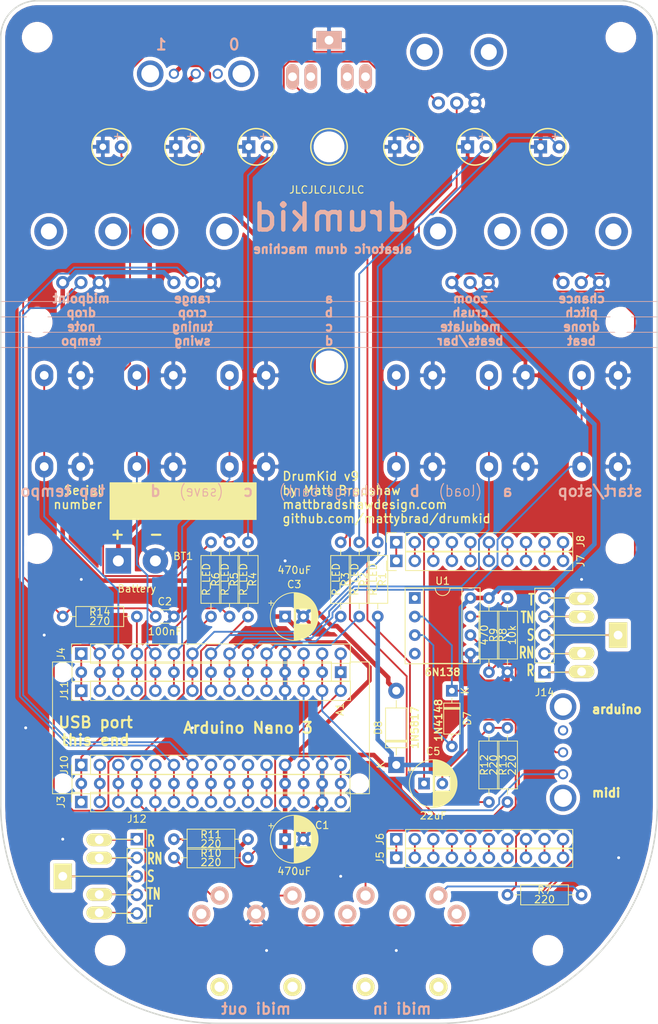
<source format=kicad_pcb>
(kicad_pcb (version 20171130) (host pcbnew "(5.1.6)-1")
  (layers (0 F.Cu signal hide) (31 B.Cu signal hide) (34 B.Paste user) (35 F.Paste user) (36 B.SilkS user) (37 F.SilkS user) (38 B.Mask user) (39 F.Mask user) (44 Edge.Cuts user))
  (net 0 "")
  (net 1 GND)
  (net 2 "Net-(J9-PadRN)")
  (net 3 "Net-(J9-PadTN)")
  (net 4 /ANALOG_3)
  (net 5 /ANALOG_1)
  (net 6 /ANALOG_2)
  (net 7 "Net-(R9-Pad2)")
  (net 8 /ANALOG_0)
  (net 9 "Net-(BT1-Pad1)")
  (net 10 "Net-(D5-Pad2)")
  (net 11 /DIGITAL_5)
  (net 12 "Net-(D6-Pad2)")
  (net 13 /DIGITAL_6)
  (net 14 /DIGITAL_9)
  (net 15 /DIGITAL_2)
  (net 16 "Net-(D2-Pad2)")
  (net 17 "Net-(D3-Pad2)")
  (net 18 /DIGITAL_3)
  (net 19 /DIGITAL_4)
  (net 20 "Net-(D4-Pad2)")
  (net 21 /DIGITAL_0)
  (net 22 /DIGITAL_10)
  (net 23 /DIGITAL_1)
  (net 24 /DIGITAL_11)
  (net 25 /DIGITAL_12)
  (net 26 /DIGITAL_13)
  (net 27 /DIGITAL_7)
  (net 28 /ANALOG_4)
  (net 29 /DIGITAL_8)
  (net 30 /ANALOG_5)
  (net 31 "Net-(J2-Pad4)")
  (net 32 "Net-(U1-Pad1)")
  (net 33 "Net-(D1-Pad2)")
  (net 34 "Net-(U1-Pad4)")
  (net 35 "Net-(J2-Pad1)")
  (net 36 "Net-(J2-Pad3)")
  (net 37 "Net-(D7-Pad2)")
  (net 38 "Net-(J9-PadR)")
  (net 39 VCC)
  (net 40 "Net-(J2-Pad5)")
  (net 41 "Net-(R8-Pad2)")
  (net 42 "Net-(J1-Pad4)")
  (net 43 "Net-(D7-Pad1)")
  (net 44 "Net-(J1-Pad1)")
  (net 45 "Net-(J1-Pad2)")
  (net 46 "Net-(J1-Pad3)")
  (net 47 "Net-(SW8-Pad3)")
  (net 48 /3V3)
  (net 49 /AREF)
  (net 50 /RESET)
  (net 51 /ANALOG_6)
  (net 52 /ANALOG_7)
  (net 53 +9V)
  (net 54 "Net-(D8-Pad2)")
  (net 55 "Net-(SW7-Pad3)")
  (net 56 "Net-(C5-Pad2)")
  (net 57 "Net-(C5-Pad1)")
  (net 58 "Net-(J9-PadT)")
  (net 59 "Net-(C2-Pad1)")
  (net 60 "Net-(J5-Pad10)")
  (net 61 "Net-(J5-Pad9)")
  (net 62 "Net-(J5-Pad8)")
  (net 63 "Net-(J5-Pad7)")
  (net 64 "Net-(J5-Pad6)")
  (net 65 "Net-(J5-Pad5)")
  (net 66 "Net-(J5-Pad4)")
  (net 67 "Net-(J5-Pad3)")
  (net 68 "Net-(J5-Pad2)")
  (net 69 "Net-(J5-Pad1)")
  (net 70 "Net-(J7-Pad10)")
  (net 71 "Net-(J7-Pad9)")
  (net 72 "Net-(J7-Pad8)")
  (net 73 "Net-(J7-Pad7)")
  (net 74 "Net-(J7-Pad6)")
  (net 75 "Net-(J7-Pad5)")
  (net 76 "Net-(J7-Pad4)")
  (net 77 "Net-(J7-Pad3)")
  (net 78 "Net-(J7-Pad2)")
  (net 79 "Net-(J7-Pad1)")
  (net 80 "Net-(J12-Pad5)")
  (net 81 "Net-(J12-Pad4)")
  (net 82 "Net-(J12-Pad3)")
  (net 83 "Net-(J12-Pad2)")
  (net 84 "Net-(J12-Pad1)")
  (net 85 "Net-(J14-Pad5)")
  (net 86 "Net-(J14-Pad4)")
  (net 87 "Net-(J14-Pad3)")
  (net 88 "Net-(J14-Pad2)")
  (net 89 "Net-(J14-Pad1)")
  (module Connector_PinHeader_2.54mm:PinHeader_1x15_P2.54mm_Vertical (layer F.Cu) (at 66.04 124.46 90)
    (fp_text reference J11 (at 0 -2.33 90) (layer F.SilkS))
    (fp_text value Conn_01x15)
    (pad 15 thru_hole oval (at 0 35.56 90) (size 1.7 1.7) (drill 1) (layers *.Cu *.Mask) (net 23 /DIGITAL_1))
    (pad 14 thru_hole oval (at 0 33.02 90) (size 1.7 1.7) (drill 1) (layers *.Cu *.Mask) (net 21 /DIGITAL_0))
    (pad 13 thru_hole oval (at 0 30.48 90) (size 1.7 1.7) (drill 1) (layers *.Cu *.Mask) (net 50 /RESET))
    (pad 12 thru_hole oval (at 0 27.94 90) (size 1.7 1.7) (drill 1) (layers *.Cu *.Mask) (net 1 GND))
    (pad 11 thru_hole oval (at 0 25.4 90) (size 1.7 1.7) (drill 1) (layers *.Cu *.Mask) (net 15 /DIGITAL_2))
    (pad 10 thru_hole oval (at 0 22.86 90) (size 1.7 1.7) (drill 1) (layers *.Cu *.Mask) (net 18 /DIGITAL_3))
    (pad 9 thru_hole oval (at 0 20.32 90) (size 1.7 1.7) (drill 1) (layers *.Cu *.Mask) (net 19 /DIGITAL_4))
    (pad 8 thru_hole oval (at 0 17.78 90) (size 1.7 1.7) (drill 1) (layers *.Cu *.Mask) (net 11 /DIGITAL_5))
    (pad 7 thru_hole oval (at 0 15.24 90) (size 1.7 1.7) (drill 1) (layers *.Cu *.Mask) (net 13 /DIGITAL_6))
    (pad 6 thru_hole oval (at 0 12.7 90) (size 1.7 1.7) (drill 1) (layers *.Cu *.Mask) (net 27 /DIGITAL_7))
    (pad 5 thru_hole oval (at 0 10.16 90) (size 1.7 1.7) (drill 1) (layers *.Cu *.Mask) (net 29 /DIGITAL_8))
    (pad 4 thru_hole oval (at 0 7.62 90) (size 1.7 1.7) (drill 1) (layers *.Cu *.Mask) (net 14 /DIGITAL_9))
    (pad 3 thru_hole oval (at 0 5.08 90) (size 1.7 1.7) (drill 1) (layers *.Cu *.Mask) (net 22 /DIGITAL_10))
    (pad 2 thru_hole oval (at 0 2.54 90) (size 1.7 1.7) (drill 1) (layers *.Cu *.Mask) (net 24 /DIGITAL_11))
    (pad 1 thru_hole rect (at 0 0 90) (size 1.7 1.7) (drill 1) (layers *.Cu *.Mask) (net 25 /DIGITAL_12))
  )
  (module Connector_PinHeader_2.54mm:PinHeader_1x15_P2.54mm_Vertical (layer F.Cu) (at 66.04 134.62 90)
    (fp_text reference J10 (at 0 -2.33 90) (layer F.SilkS))
    (fp_text value Conn_01x15)
    (pad 15 thru_hole oval (at 0 35.56 90) (size 1.7 1.7) (drill 1) (layers *.Cu *.Mask) (net 53 +9V))
    (pad 14 thru_hole oval (at 0 33.02 90) (size 1.7 1.7) (drill 1) (layers *.Cu *.Mask) (net 1 GND))
    (pad 13 thru_hole oval (at 0 30.48 90) (size 1.7 1.7) (drill 1) (layers *.Cu *.Mask) (net 50 /RESET))
    (pad 12 thru_hole oval (at 0 27.94 90) (size 1.7 1.7) (drill 1) (layers *.Cu *.Mask) (net 39 VCC))
    (pad 11 thru_hole oval (at 0 25.4 90) (size 1.7 1.7) (drill 1) (layers *.Cu *.Mask) (net 52 /ANALOG_7))
    (pad 10 thru_hole oval (at 0 22.86 90) (size 1.7 1.7) (drill 1) (layers *.Cu *.Mask) (net 51 /ANALOG_6))
    (pad 9 thru_hole oval (at 0 20.32 90) (size 1.7 1.7) (drill 1) (layers *.Cu *.Mask) (net 30 /ANALOG_5))
    (pad 8 thru_hole oval (at 0 17.78 90) (size 1.7 1.7) (drill 1) (layers *.Cu *.Mask) (net 28 /ANALOG_4))
    (pad 7 thru_hole oval (at 0 15.24 90) (size 1.7 1.7) (drill 1) (layers *.Cu *.Mask) (net 4 /ANALOG_3))
    (pad 6 thru_hole oval (at 0 12.7 90) (size 1.7 1.7) (drill 1) (layers *.Cu *.Mask) (net 6 /ANALOG_2))
    (pad 5 thru_hole oval (at 0 10.16 90) (size 1.7 1.7) (drill 1) (layers *.Cu *.Mask) (net 5 /ANALOG_1))
    (pad 4 thru_hole oval (at 0 7.62 90) (size 1.7 1.7) (drill 1) (layers *.Cu *.Mask) (net 8 /ANALOG_0))
    (pad 3 thru_hole oval (at 0 5.08 90) (size 1.7 1.7) (drill 1) (layers *.Cu *.Mask) (net 49 /AREF))
    (pad 2 thru_hole oval (at 0 2.54 90) (size 1.7 1.7) (drill 1) (layers *.Cu *.Mask) (net 48 /3V3))
    (pad 1 thru_hole rect (at 0 0 90) (size 1.7 1.7) (drill 1) (layers *.Cu *.Mask) (net 26 /DIGITAL_13))
  )
  (module Connector_PinHeader_2.54mm:PinHeader_1x10_P2.54mm_Vertical (layer F.Cu) (at 109.22 106.68 90)
    (fp_text reference J7 (at 0 25.28 90) (layer F.SilkS))
    (fp_text value Conn_01x10)
    (pad 10 thru_hole oval (at 0 22.86 90) (size 1.7 1.7) (drill 1) (layers *.Cu *.Mask) (net 70 "Net-(J7-Pad10)"))
    (pad 9 thru_hole oval (at 0 20.32 90) (size 1.7 1.7) (drill 1) (layers *.Cu *.Mask) (net 71 "Net-(J7-Pad9)"))
    (pad 8 thru_hole oval (at 0 17.78 90) (size 1.7 1.7) (drill 1) (layers *.Cu *.Mask) (net 72 "Net-(J7-Pad8)"))
    (pad 7 thru_hole oval (at 0 15.24 90) (size 1.7 1.7) (drill 1) (layers *.Cu *.Mask) (net 73 "Net-(J7-Pad7)"))
    (pad 6 thru_hole oval (at 0 12.7 90) (size 1.7 1.7) (drill 1) (layers *.Cu *.Mask) (net 74 "Net-(J7-Pad6)"))
    (pad 5 thru_hole oval (at 0 10.16 90) (size 1.7 1.7) (drill 1) (layers *.Cu *.Mask) (net 75 "Net-(J7-Pad5)"))
    (pad 4 thru_hole oval (at 0 7.62 90) (size 1.7 1.7) (drill 1) (layers *.Cu *.Mask) (net 76 "Net-(J7-Pad4)"))
    (pad 3 thru_hole oval (at 0 5.08 90) (size 1.7 1.7) (drill 1) (layers *.Cu *.Mask) (net 77 "Net-(J7-Pad3)"))
    (pad 2 thru_hole oval (at 0 2.54 90) (size 1.7 1.7) (drill 1) (layers *.Cu *.Mask) (net 78 "Net-(J7-Pad2)"))
    (pad 1 thru_hole rect (at 0 0 90) (size 1.7 1.7) (drill 1) (layers *.Cu *.Mask) (net 79 "Net-(J7-Pad1)"))
  )
  (module Connector_PinHeader_2.54mm:PinHeader_1x10_P2.54mm_Vertical (layer F.Cu) (at 109.22 144.78 90)
    (fp_text reference J6 (at 0 -2.22 90) (layer F.SilkS))
    (fp_text value Conn_01x10)
    (pad 10 thru_hole oval (at 0 22.86 90) (size 1.7 1.7) (drill 1) (layers *.Cu *.Mask) (net 60 "Net-(J5-Pad10)"))
    (pad 9 thru_hole oval (at 0 20.32 90) (size 1.7 1.7) (drill 1) (layers *.Cu *.Mask) (net 61 "Net-(J5-Pad9)"))
    (pad 8 thru_hole oval (at 0 17.78 90) (size 1.7 1.7) (drill 1) (layers *.Cu *.Mask) (net 62 "Net-(J5-Pad8)"))
    (pad 7 thru_hole oval (at 0 15.24 90) (size 1.7 1.7) (drill 1) (layers *.Cu *.Mask) (net 63 "Net-(J5-Pad7)"))
    (pad 6 thru_hole oval (at 0 12.7 90) (size 1.7 1.7) (drill 1) (layers *.Cu *.Mask) (net 64 "Net-(J5-Pad6)"))
    (pad 5 thru_hole oval (at 0 10.16 90) (size 1.7 1.7) (drill 1) (layers *.Cu *.Mask) (net 65 "Net-(J5-Pad5)"))
    (pad 4 thru_hole oval (at 0 7.62 90) (size 1.7 1.7) (drill 1) (layers *.Cu *.Mask) (net 66 "Net-(J5-Pad4)"))
    (pad 3 thru_hole oval (at 0 5.08 90) (size 1.7 1.7) (drill 1) (layers *.Cu *.Mask) (net 67 "Net-(J5-Pad3)"))
    (pad 2 thru_hole oval (at 0 2.54 90) (size 1.7 1.7) (drill 1) (layers *.Cu *.Mask) (net 68 "Net-(J5-Pad2)"))
    (pad 1 thru_hole rect (at 0 0 90) (size 1.7 1.7) (drill 1) (layers *.Cu *.Mask) (net 69 "Net-(J5-Pad1)"))
  )
  (module drumkidcustom:Tayda_3.5mm_stereo_TRS_jack_A-853 (layer F.Cu) (at 65.096 149.86 90)
    (fp_text reference J13)
    (fp_text value AudioJack3_Ground_Switch)
    (pad R thru_hole oval (at 5 3.41 90) (size 1.75 3.5) (drill 1.2) (layers *.Cu *.Mask F.SilkS) (net 84 "Net-(J12-Pad1)"))
    (pad T thru_hole oval (at -5 3.41 90) (size 1.75 3.5) (drill 1.2) (layers *.Cu *.Mask F.SilkS) (net 80 "Net-(J12-Pad5)"))
    (pad RN thru_hole oval (at 2.5 3.41 90) (size 1.75 3.5) (drill 1.2) (layers *.Cu *.Mask F.SilkS) (net 83 "Net-(J12-Pad2)"))
    (pad TN thru_hole oval (at -2.5 3.41 90) (size 1.75 3.5) (drill 1.2) (layers *.Cu *.Mask F.SilkS) (net 81 "Net-(J12-Pad4)"))
    (pad S thru_hole rect (at 0 -1.596 90) (size 3.5 2.5) (drill 1.2) (layers *.Cu *.Mask F.SilkS) (net 82 "Net-(J12-Pad3)"))
  )
  (module Connector_PinSocket_2.54mm:PinSocket_1x05_P2.54mm_Vertical (layer F.Cu) (at 73.66 144.78)
    (fp_text reference J12 (at 0 -2.77) (layer F.SilkS))
    (fp_text value Conn_01x05)
    (pad 5 thru_hole oval (at 0 10.16) (size 1.7 1.7) (drill 1) (layers *.Cu *.Mask) (net 80 "Net-(J12-Pad5)"))
    (pad 4 thru_hole oval (at 0 7.62) (size 1.7 1.7) (drill 1) (layers *.Cu *.Mask) (net 81 "Net-(J12-Pad4)"))
    (pad 3 thru_hole oval (at 0 5.08) (size 1.7 1.7) (drill 1) (layers *.Cu *.Mask) (net 82 "Net-(J12-Pad3)"))
    (pad 2 thru_hole oval (at 0 2.54) (size 1.7 1.7) (drill 1) (layers *.Cu *.Mask) (net 83 "Net-(J12-Pad2)"))
    (pad 1 thru_hole rect (at 0 0) (size 1.7 1.7) (drill 1) (layers *.Cu *.Mask) (net 84 "Net-(J12-Pad1)"))
  )
  (module drumkidcustom:Tayda_3.5mm_stereo_TRS_jack_A-853 (layer F.Cu) (at 138.03 116.84 270)
    (fp_text reference J15)
    (fp_text value AudioJack3_Ground_Switch)
    (pad R thru_hole oval (at 5 3.41 270) (size 1.75 3.5) (drill 1.2) (layers *.Cu *.Mask F.SilkS) (net 89 "Net-(J14-Pad1)"))
    (pad T thru_hole oval (at -5 3.41 270) (size 1.75 3.5) (drill 1.2) (layers *.Cu *.Mask F.SilkS) (net 85 "Net-(J14-Pad5)"))
    (pad RN thru_hole oval (at 2.5 3.41 270) (size 1.75 3.5) (drill 1.2) (layers *.Cu *.Mask F.SilkS) (net 88 "Net-(J14-Pad2)"))
    (pad TN thru_hole oval (at -2.5 3.41 270) (size 1.75 3.5) (drill 1.2) (layers *.Cu *.Mask F.SilkS) (net 86 "Net-(J14-Pad4)"))
    (pad S thru_hole rect (at 0 -1.596 270) (size 3.5 2.5) (drill 1.2) (layers *.Cu *.Mask F.SilkS) (net 87 "Net-(J14-Pad3)"))
  )
  (module Connector_PinSocket_2.54mm:PinSocket_1x05_P2.54mm_Vertical (layer F.Cu) (at 129.54 121.92 180)
    (fp_text reference J14 (at 0 -2.77) (layer F.SilkS))
    (fp_text value Conn_01x05)
    (pad 5 thru_hole oval (at 0 10.16 180) (size 1.7 1.7) (drill 1) (layers *.Cu *.Mask) (net 85 "Net-(J14-Pad5)"))
    (pad 4 thru_hole oval (at 0 7.62 180) (size 1.7 1.7) (drill 1) (layers *.Cu *.Mask) (net 86 "Net-(J14-Pad4)"))
    (pad 3 thru_hole oval (at 0 5.08 180) (size 1.7 1.7) (drill 1) (layers *.Cu *.Mask) (net 87 "Net-(J14-Pad3)"))
    (pad 2 thru_hole oval (at 0 2.54 180) (size 1.7 1.7) (drill 1) (layers *.Cu *.Mask) (net 88 "Net-(J14-Pad2)"))
    (pad 1 thru_hole rect (at 0 0 180) (size 1.7 1.7) (drill 1) (layers *.Cu *.Mask) (net 89 "Net-(J14-Pad1)"))
  )
  (module drumkidcustom:EG1206 (layer F.Cu) (at 132.08 135.89 90)
    (fp_text reference SW8)
    (fp_text value SW_SPDT hide)
    (pad 1 thru_hole circle (at 0 0 90) (size 1.4 1.4) (drill 0.9) (layers *.Cu *.Mask) (net 21 /DIGITAL_0))
    (pad 2 thru_hole circle (at 3 0 90) (size 1.4 1.4) (drill 0.9) (layers *.Cu *.Mask) (net 7 "Net-(R9-Pad2)"))
    (pad 3 thru_hole circle (at 6 0 90) (size 1.4 1.4) (drill 0.9) (layers *.Cu *.Mask) (net 47 "Net-(SW8-Pad3)"))
    (pad MH1 thru_hole circle (at -3.25 0 90) (size 3.653 3.653) (drill 2.4352) (layers *.Cu *.Mask))
    (pad MH2 thru_hole circle (at 9.25 0 90) (size 3.653 3.653) (drill 2.4352) (layers *.Cu *.Mask))
  )
  (module drumkidcustom:R_Axial_DIN0207_L6.3mm_D2.5mm_P10.16mm_Horizontal (layer F.Cu) (at 124.46 139.7 90)
    (fp_text reference R13 (at 5.08 -0.635 90) (layer F.SilkS))
    (fp_text value 220 (at 5.08 0.635 90) (layer F.SilkS))
    (pad 2 thru_hole oval (at 10.16 0 90) (size 1.6 1.6) (drill 0.8) (layers *.Cu *.Mask) (net 56 "Net-(C5-Pad2)"))
    (pad 1 thru_hole circle (at 0 0 90) (size 1.6 1.6) (drill 0.8) (layers *.Cu *.Mask) (net 38 "Net-(J9-PadR)"))
  )
  (module drumkidcustom:R_Axial_DIN0207_L6.3mm_D2.5mm_P10.16mm_Horizontal (layer F.Cu) (at 121.92 139.7 90)
    (fp_text reference R12 (at 5.08 -0.635 90) (layer F.SilkS))
    (fp_text value 220 (at 5.08 0.635 90) (layer F.SilkS))
    (pad 2 thru_hole oval (at 10.16 0 90) (size 1.6 1.6) (drill 0.8) (layers *.Cu *.Mask) (net 56 "Net-(C5-Pad2)"))
    (pad 1 thru_hole circle (at 0 0 90) (size 1.6 1.6) (drill 0.8) (layers *.Cu *.Mask) (net 58 "Net-(J9-PadT)"))
  )
  (module drumkidcustom:CP_Radial_D6.3mm_P2.50mm (layer F.Cu) (at 113.03 137.16)
    (fp_text reference C5 (at 1.25 -4.4) (layer F.SilkS))
    (fp_text value 22uF (at 1.25 4.4) (layer F.SilkS))
    (pad 1 thru_hole rect (at 0 0) (size 1.6 1.6) (drill 0.8) (layers *.Cu *.Mask) (net 57 "Net-(C5-Pad1)"))
    (pad 2 thru_hole circle (at 2.5 0) (size 1.6 1.6) (drill 0.8) (layers *.Cu *.Mask) (net 56 "Net-(C5-Pad2)"))
  )
  (module drumkidcustom:MountingHole_3.2mm_M3 (layer B.Cu) (at 60 74)
    (fp_text reference H9)
    (fp_text value MountingHole)
    (pad 1 np_thru_hole circle (at 0 0) (size 3.2 3.2) (drill 3.2) (layers *.Cu *.Mask))
  )
  (module drumkidcustom:MountingHole_3.2mm_M3 (layer B.Cu) (at 140 74)
    (fp_text reference H10)
    (fp_text value MountingHole)
    (pad 1 np_thru_hole circle (at 0 0) (size 3.2 3.2) (drill 3.2) (layers *.Cu *.Mask))
  )
  (module drumkidcustom:R_Axial_DIN0207_L6.3mm_D2.5mm_P10.16mm_Horizontal (layer F.Cu) (at 121.92 111.76 270)
    (fp_text reference R9 (at 5.08 -0.635 270) (layer F.SilkS))
    (fp_text value 470 (at 5.08 0.635 270) (layer F.SilkS))
    (pad 2 thru_hole oval (at 10.16 0 270) (size 1.6 1.6) (drill 0.8) (layers *.Cu *.Mask) (net 7 "Net-(R9-Pad2)"))
    (pad 1 thru_hole circle (at 0 0 270) (size 1.6 1.6) (drill 0.8) (layers *.Cu *.Mask) (net 39 VCC))
  )
  (module drumkidcustom:LED_D5.0mm (layer B.Cu) (at 129 50)
    (fp_text reference D1)
    (fp_text value LED)
    (pad 1 thru_hole rect (at 0 0) (size 1.8 1.8) (drill 0.9) (layers *.Cu *.Mask) (net 1 GND))
    (pad 2 thru_hole circle (at 2.54 0) (size 1.8 1.8) (drill 0.9) (layers *.Cu *.Mask) (net 33 "Net-(D1-Pad2)"))
  )
  (module drumkidcustom:LED_D5.0mm (layer B.Cu) (at 69 50)
    (fp_text reference D6)
    (fp_text value LED)
    (pad 1 thru_hole rect (at 0 0) (size 1.8 1.8) (drill 0.9) (layers *.Cu *.Mask) (net 1 GND))
    (pad 2 thru_hole circle (at 2.54 0) (size 1.8 1.8) (drill 0.9) (layers *.Cu *.Mask) (net 12 "Net-(D6-Pad2)"))
  )
  (module drumkidcustom:R_Axial_DIN0207_L6.3mm_D2.5mm_P10.16mm_Horizontal (layer F.Cu) (at 124.46 121.92 90)
    (fp_text reference R8 (at 5.08 -0.635 90) (layer F.SilkS))
    (fp_text value 10k (at 5.08 0.635 90) (layer F.SilkS))
    (pad 1 thru_hole circle (at 0 0 90) (size 1.6 1.6) (drill 0.8) (layers *.Cu *.Mask) (net 1 GND))
    (pad 2 thru_hole oval (at 10.16 0 90) (size 1.6 1.6) (drill 0.8) (layers *.Cu *.Mask) (net 41 "Net-(R8-Pad2)"))
  )
  (module drumkidcustom:MountingHole_3.2mm_M3 (layer F.Cu) (at 130 160)
    (fp_text reference H4)
    (fp_text value MountingHole)
    (pad 1 np_thru_hole circle (at 0 0) (size 3.2 3.2) (drill 3.2) (layers *.Cu *.Mask))
  )
  (module drumkidcustom:SW_PUSH-12mm_Wuerth-430476085716 (layer B.Cu) (at 121.92 81.28 270)
    (fp_text reference SW2)
    (fp_text value SW_Push)
    (pad 1 thru_hole oval (at 12.5 0 270) (size 3 2.5) (drill 1.2) (layers *.Cu *.Mask) (net 11 /DIGITAL_5))
    (pad 2 thru_hole oval (at 12.5 -5 270) (size 3 2.5) (drill 1.2) (layers *.Cu *.Mask) (net 1 GND))
    (pad 1 thru_hole oval (at 0 0 270) (size 3 2.5) (drill 1.2) (layers *.Cu *.Mask) (net 11 /DIGITAL_5))
    (pad 2 thru_hole oval (at 0 -5 270) (size 3 2.5) (drill 1.2) (layers *.Cu *.Mask) (net 1 GND))
  )
  (module drumkidcustom:SW_PUSH-12mm_Wuerth-430476085716 (layer B.Cu) (at 60.96 81.28 270)
    (fp_text reference SW6)
    (fp_text value SW_Push)
    (pad 1 thru_hole oval (at 12.5 0 270) (size 3 2.5) (drill 1.2) (layers *.Cu *.Mask) (net 22 /DIGITAL_10))
    (pad 2 thru_hole oval (at 12.5 -5 270) (size 3 2.5) (drill 1.2) (layers *.Cu *.Mask) (net 1 GND))
    (pad 1 thru_hole oval (at 0 0 270) (size 3 2.5) (drill 1.2) (layers *.Cu *.Mask) (net 22 /DIGITAL_10))
    (pad 2 thru_hole oval (at 0 -5 270) (size 3 2.5) (drill 1.2) (layers *.Cu *.Mask) (net 1 GND))
  )
  (module drumkidcustom:LED_D5.0mm (layer B.Cu) (at 119 50)
    (fp_text reference D2)
    (fp_text value LED)
    (pad 1 thru_hole rect (at 0 0) (size 1.8 1.8) (drill 0.9) (layers *.Cu *.Mask) (net 1 GND))
    (pad 2 thru_hole circle (at 2.54 0) (size 1.8 1.8) (drill 0.9) (layers *.Cu *.Mask) (net 16 "Net-(D2-Pad2)"))
  )
  (module Connector_PinSocket_2.54mm:PinSocket_1x15_P2.54mm_Vertical (layer F.Cu) (at 66.04 139.7 90)
    (fp_text reference J3 (at 0 -2.77 90) (layer F.SilkS))
    (fp_text value Conn_01x15)
    (pad 15 thru_hole oval (at 0 35.56 90) (size 1.7 1.7) (drill 1) (layers *.Cu *.Mask) (net 53 +9V))
    (pad 14 thru_hole oval (at 0 33.02 90) (size 1.7 1.7) (drill 1) (layers *.Cu *.Mask) (net 1 GND))
    (pad 13 thru_hole oval (at 0 30.48 90) (size 1.7 1.7) (drill 1) (layers *.Cu *.Mask) (net 50 /RESET))
    (pad 12 thru_hole oval (at 0 27.94 90) (size 1.7 1.7) (drill 1) (layers *.Cu *.Mask) (net 39 VCC))
    (pad 11 thru_hole oval (at 0 25.4 90) (size 1.7 1.7) (drill 1) (layers *.Cu *.Mask) (net 52 /ANALOG_7))
    (pad 10 thru_hole oval (at 0 22.86 90) (size 1.7 1.7) (drill 1) (layers *.Cu *.Mask) (net 51 /ANALOG_6))
    (pad 9 thru_hole oval (at 0 20.32 90) (size 1.7 1.7) (drill 1) (layers *.Cu *.Mask) (net 30 /ANALOG_5))
    (pad 8 thru_hole oval (at 0 17.78 90) (size 1.7 1.7) (drill 1) (layers *.Cu *.Mask) (net 28 /ANALOG_4))
    (pad 7 thru_hole oval (at 0 15.24 90) (size 1.7 1.7) (drill 1) (layers *.Cu *.Mask) (net 4 /ANALOG_3))
    (pad 6 thru_hole oval (at 0 12.7 90) (size 1.7 1.7) (drill 1) (layers *.Cu *.Mask) (net 6 /ANALOG_2))
    (pad 5 thru_hole oval (at 0 10.16 90) (size 1.7 1.7) (drill 1) (layers *.Cu *.Mask) (net 5 /ANALOG_1))
    (pad 4 thru_hole oval (at 0 7.62 90) (size 1.7 1.7) (drill 1) (layers *.Cu *.Mask) (net 8 /ANALOG_0))
    (pad 3 thru_hole oval (at 0 5.08 90) (size 1.7 1.7) (drill 1) (layers *.Cu *.Mask) (net 49 /AREF))
    (pad 2 thru_hole oval (at 0 2.54 90) (size 1.7 1.7) (drill 1) (layers *.Cu *.Mask) (net 48 /3V3))
    (pad 1 thru_hole rect (at 0 0 90) (size 1.7 1.7) (drill 1) (layers *.Cu *.Mask) (net 26 /DIGITAL_13))
  )
  (module drumkidcustom:LED_D5.0mm (layer B.Cu) (at 89 50)
    (fp_text reference D4)
    (fp_text value LED)
    (pad 2 thru_hole circle (at 2.54 0) (size 1.8 1.8) (drill 0.9) (layers *.Cu *.Mask) (net 20 "Net-(D4-Pad2)"))
    (pad 1 thru_hole rect (at 0 0) (size 1.8 1.8) (drill 0.9) (layers *.Cu *.Mask) (net 1 GND))
  )
  (module drumkidcustom:LED_D5.0mm (layer B.Cu) (at 109 50)
    (fp_text reference D3)
    (fp_text value LED)
    (pad 2 thru_hole circle (at 2.54 0) (size 1.8 1.8) (drill 0.9) (layers *.Cu *.Mask) (net 17 "Net-(D3-Pad2)"))
    (pad 1 thru_hole rect (at 0 0) (size 1.8 1.8) (drill 0.9) (layers *.Cu *.Mask) (net 1 GND))
  )
  (module drumkidcustom:R_Axial_DIN0207_L6.3mm_D2.5mm_P10.16mm_Horizontal (layer F.Cu) (at 83.82 104.14 270)
    (fp_text reference R6 (at 5.08 -0.635 270) (layer F.SilkS))
    (fp_text value R_LED (at 5.08 0.635 270) (layer F.SilkS))
    (pad 2 thru_hole oval (at 10.16 0 270) (size 1.6 1.6) (drill 0.8) (layers *.Cu *.Mask) (net 26 /DIGITAL_13))
    (pad 1 thru_hole circle (at 0 0 270) (size 1.6 1.6) (drill 0.8) (layers *.Cu *.Mask) (net 12 "Net-(D6-Pad2)"))
  )
  (module Module:Arduino_Nano_WithMountingHoles (layer F.Cu) (at 101.6 121.92 270)
    (fp_text reference A1 (at 5.08 0.1 270) (layer F.SilkS))
    (fp_text value Arduino_Nano_v3.x)
    (pad 1 thru_hole rect (at 0 0 270) (size 1.6 1.6) (drill 0.8) (layers *.Cu *.Mask) (net 23 /DIGITAL_1))
    (pad 17 thru_hole oval (at 15.24 33.02 270) (size 1.6 1.6) (drill 0.8) (layers *.Cu *.Mask) (net 48 /3V3))
    (pad 2 thru_hole oval (at 0 2.54 270) (size 1.6 1.6) (drill 0.8) (layers *.Cu *.Mask) (net 21 /DIGITAL_0))
    (pad 18 thru_hole oval (at 15.24 30.48 270) (size 1.6 1.6) (drill 0.8) (layers *.Cu *.Mask) (net 49 /AREF))
    (pad 3 thru_hole oval (at 0 5.08 270) (size 1.6 1.6) (drill 0.8) (layers *.Cu *.Mask) (net 50 /RESET))
    (pad 19 thru_hole oval (at 15.24 27.94 270) (size 1.6 1.6) (drill 0.8) (layers *.Cu *.Mask) (net 8 /ANALOG_0))
    (pad 4 thru_hole oval (at 0 7.62 270) (size 1.6 1.6) (drill 0.8) (layers *.Cu *.Mask) (net 1 GND))
    (pad 20 thru_hole oval (at 15.24 25.4 270) (size 1.6 1.6) (drill 0.8) (layers *.Cu *.Mask) (net 5 /ANALOG_1))
    (pad 5 thru_hole oval (at 0 10.16 270) (size 1.6 1.6) (drill 0.8) (layers *.Cu *.Mask) (net 15 /DIGITAL_2))
    (pad 21 thru_hole oval (at 15.24 22.86 270) (size 1.6 1.6) (drill 0.8) (layers *.Cu *.Mask) (net 6 /ANALOG_2))
    (pad 6 thru_hole oval (at 0 12.7 270) (size 1.6 1.6) (drill 0.8) (layers *.Cu *.Mask) (net 18 /DIGITAL_3))
    (pad 22 thru_hole oval (at 15.24 20.32 270) (size 1.6 1.6) (drill 0.8) (layers *.Cu *.Mask) (net 4 /ANALOG_3))
    (pad 7 thru_hole oval (at 0 15.24 270) (size 1.6 1.6) (drill 0.8) (layers *.Cu *.Mask) (net 19 /DIGITAL_4))
    (pad 23 thru_hole oval (at 15.24 17.78 270) (size 1.6 1.6) (drill 0.8) (layers *.Cu *.Mask) (net 28 /ANALOG_4))
    (pad 8 thru_hole oval (at 0 17.78 270) (size 1.6 1.6) (drill 0.8) (layers *.Cu *.Mask) (net 11 /DIGITAL_5))
    (pad 24 thru_hole oval (at 15.24 15.24 270) (size 1.6 1.6) (drill 0.8) (layers *.Cu *.Mask) (net 30 /ANALOG_5))
    (pad 9 thru_hole oval (at 0 20.32 270) (size 1.6 1.6) (drill 0.8) (layers *.Cu *.Mask) (net 13 /DIGITAL_6))
    (pad 25 thru_hole oval (at 15.24 12.7 270) (size 1.6 1.6) (drill 0.8) (layers *.Cu *.Mask) (net 51 /ANALOG_6))
    (pad 10 thru_hole oval (at 0 22.86 270) (size 1.6 1.6) (drill 0.8) (layers *.Cu *.Mask) (net 27 /DIGITAL_7))
    (pad 26 thru_hole oval (at 15.24 10.16 270) (size 1.6 1.6) (drill 0.8) (layers *.Cu *.Mask) (net 52 /ANALOG_7))
    (pad 11 thru_hole oval (at 0 25.4 270) (size 1.6 1.6) (drill 0.8) (layers *.Cu *.Mask) (net 29 /DIGITAL_8))
    (pad 27 thru_hole oval (at 15.24 7.62 270) (size 1.6 1.6) (drill 0.8) (layers *.Cu *.Mask) (net 39 VCC))
    (pad 12 thru_hole oval (at 0 27.94 270) (size 1.6 1.6) (drill 0.8) (layers *.Cu *.Mask) (net 14 /DIGITAL_9))
    (pad 28 thru_hole oval (at 15.24 5.08 270) (size 1.6 1.6) (drill 0.8) (layers *.Cu *.Mask) (net 50 /RESET))
    (pad 13 thru_hole oval (at 0 30.48 270) (size 1.6 1.6) (drill 0.8) (layers *.Cu *.Mask) (net 22 /DIGITAL_10))
    (pad 29 thru_hole oval (at 15.24 2.54 270) (size 1.6 1.6) (drill 0.8) (layers *.Cu *.Mask) (net 1 GND))
    (pad 14 thru_hole oval (at 0 33.02 270) (size 1.6 1.6) (drill 0.8) (layers *.Cu *.Mask) (net 24 /DIGITAL_11))
    (pad 30 thru_hole oval (at 15.24 0 270) (size 1.6 1.6) (drill 0.8) (layers *.Cu *.Mask) (net 53 +9V))
    (pad 15 thru_hole oval (at 0 35.56 270) (size 1.6 1.6) (drill 0.8) (layers *.Cu *.Mask) (net 25 /DIGITAL_12))
    (pad 16 thru_hole oval (at 15.24 35.56 270) (size 1.6 1.6) (drill 0.8) (layers *.Cu *.Mask) (net 26 /DIGITAL_13))
    (pad "" np_thru_hole circle (at 0 -2.54 270) (size 1.78 1.78) (drill 1.78) (layers *.Cu *.Mask))
    (pad "" np_thru_hole circle (at 15.24 -2.54 270) (size 1.78 1.78) (drill 1.78) (layers *.Cu *.Mask))
    (pad "" np_thru_hole circle (at 15.24 38.1 270) (size 1.78 1.78) (drill 1.78) (layers *.Cu *.Mask))
    (pad "" np_thru_hole circle (at 0 38.1 270) (size 1.78 1.78) (drill 1.78) (layers *.Cu *.Mask))
  )
  (module drumkidcustom:R_Axial_DIN0207_L6.3mm_D2.5mm_P10.16mm_Horizontal (layer F.Cu) (at 106.68 104.14 270)
    (fp_text reference R1 (at 5.08 -0.635 270) (layer F.SilkS))
    (fp_text value R_LED (at 5.08 0.635 270) (layer F.SilkS))
    (pad 1 thru_hole circle (at 0 0 270) (size 1.6 1.6) (drill 0.8) (layers *.Cu *.Mask) (net 33 "Net-(D1-Pad2)"))
    (pad 2 thru_hole oval (at 10.16 0 270) (size 1.6 1.6) (drill 0.8) (layers *.Cu *.Mask) (net 39 VCC))
  )
  (module drumkidcustom:R_Axial_DIN0207_L6.3mm_D2.5mm_P10.16mm_Horizontal (layer F.Cu) (at 124.46 152.4)
    (fp_text reference R7 (at 5.08 -0.635) (layer F.SilkS))
    (fp_text value 220 (at 5.08 0.635) (layer F.SilkS))
    (pad 1 thru_hole circle (at 0 0) (size 1.6 1.6) (drill 0.8) (layers *.Cu *.Mask) (net 43 "Net-(D7-Pad1)"))
    (pad 2 thru_hole oval (at 10.16 0) (size 1.6 1.6) (drill 0.8) (layers *.Cu *.Mask) (net 42 "Net-(J1-Pad4)"))
  )
  (module drumkidcustom:MountingHole_3.2mm_M3 (layer F.Cu) (at 70 160)
    (fp_text reference H3)
    (fp_text value MountingHole)
    (pad 1 np_thru_hole circle (at 0 0) (size 3.2 3.2) (drill 3.2) (layers *.Cu *.Mask))
  )
  (module drumkidcustom:LED_D5.0mm (layer B.Cu) (at 79 50)
    (fp_text reference D5)
    (fp_text value LED)
    (pad 2 thru_hole circle (at 2.54 0) (size 1.8 1.8) (drill 0.9) (layers *.Cu *.Mask) (net 10 "Net-(D5-Pad2)"))
    (pad 1 thru_hole rect (at 0 0) (size 1.8 1.8) (drill 0.9) (layers *.Cu *.Mask) (net 1 GND))
  )
  (module drumkidcustom:MountingHole_3.2mm_M3 (layer F.Cu) (at 140 35)
    (fp_text reference H6)
    (fp_text value MountingHole)
    (pad 1 np_thru_hole circle (at 0 0) (size 3.2 3.2) (drill 3.2) (layers *.Cu *.Mask))
  )
  (module drumkidcustom:R_Axial_DIN0207_L6.3mm_D2.5mm_P10.16mm_Horizontal (layer F.Cu) (at 78.74 147.32)
    (fp_text reference R10 (at 5.08 -0.635) (layer F.SilkS))
    (fp_text value 220 (at 5.08 0.635) (layer F.SilkS))
    (pad 1 thru_hole circle (at 0 0) (size 1.6 1.6) (drill 0.8) (layers *.Cu *.Mask) (net 40 "Net-(J2-Pad5)"))
    (pad 2 thru_hole oval (at 10.16 0) (size 1.6 1.6) (drill 0.8) (layers *.Cu *.Mask) (net 23 /DIGITAL_1))
  )
  (module drumkidcustom:MountingHole_3.2mm_M3 (layer F.Cu) (at 100 50)
    (fp_text reference H7)
    (fp_text value MountingHole)
    (pad 1 np_thru_hole circle (at 0 0) (size 3.2 3.2) (drill 3.2) (layers *.Cu *.Mask))
  )
  (module Diode_THT:D_DO-41_SOD81_P10.16mm_Horizontal (layer F.Cu) (at 109.22 134.62 90)
    (fp_text reference D8 (at 5.08 -2.47 90) (layer F.SilkS))
    (fp_text value 1N5817)
    (fp_text user K (at 0 -2.1 90) (layer F.SilkS))
    (pad 1 thru_hole rect (at 0 0 90) (size 2.2 2.2) (drill 1.1) (layers *.Cu *.Mask) (net 39 VCC))
    (pad 2 thru_hole oval (at 10.16 0 90) (size 2.2 2.2) (drill 1.1) (layers *.Cu *.Mask) (net 54 "Net-(D8-Pad2)"))
  )
  (module drumkidcustom:SW_PUSH-12mm_Wuerth-430476085716 (layer B.Cu) (at 134.62 81.28 270)
    (fp_text reference SW1)
    (fp_text value SW_Push)
    (pad 1 thru_hole oval (at 12.5 0 270) (size 3 2.5) (drill 1.2) (layers *.Cu *.Mask) (net 19 /DIGITAL_4))
    (pad 2 thru_hole oval (at 12.5 -5 270) (size 3 2.5) (drill 1.2) (layers *.Cu *.Mask) (net 1 GND))
    (pad 1 thru_hole oval (at 0 0 270) (size 3 2.5) (drill 1.2) (layers *.Cu *.Mask) (net 19 /DIGITAL_4))
    (pad 2 thru_hole oval (at 0 -5 270) (size 3 2.5) (drill 1.2) (layers *.Cu *.Mask) (net 1 GND))
  )
  (module drumkidcustom:SW_PUSH-12mm_Wuerth-430476085716 (layer B.Cu) (at 109.22 81.28 270)
    (fp_text reference SW3)
    (fp_text value SW_Push)
    (pad 2 thru_hole oval (at 0 -5 270) (size 3 2.5) (drill 1.2) (layers *.Cu *.Mask) (net 1 GND))
    (pad 1 thru_hole oval (at 0 0 270) (size 3 2.5) (drill 1.2) (layers *.Cu *.Mask) (net 13 /DIGITAL_6))
    (pad 2 thru_hole oval (at 12.5 -5 270) (size 3 2.5) (drill 1.2) (layers *.Cu *.Mask) (net 1 GND))
    (pad 1 thru_hole oval (at 12.5 0 270) (size 3 2.5) (drill 1.2) (layers *.Cu *.Mask) (net 13 /DIGITAL_6))
  )
  (module drumkidcustom:SW_PUSH-12mm_Wuerth-430476085716 (layer B.Cu) (at 73.66 81.28 270)
    (fp_text reference SW5)
    (fp_text value SW_Push)
    (pad 2 thru_hole oval (at 0 -5 270) (size 3 2.5) (drill 1.2) (layers *.Cu *.Mask) (net 1 GND))
    (pad 1 thru_hole oval (at 0 0 270) (size 3 2.5) (drill 1.2) (layers *.Cu *.Mask) (net 29 /DIGITAL_8))
    (pad 2 thru_hole oval (at 12.5 -5 270) (size 3 2.5) (drill 1.2) (layers *.Cu *.Mask) (net 1 GND))
    (pad 1 thru_hole oval (at 12.5 0 270) (size 3 2.5) (drill 1.2) (layers *.Cu *.Mask) (net 29 /DIGITAL_8))
  )
  (module drumkidcustom:SW_PUSH-12mm_Wuerth-430476085716 (layer B.Cu) (at 86.36 81.28 270)
    (fp_text reference SW4)
    (fp_text value SW_Push)
    (pad 2 thru_hole oval (at 0 -5 270) (size 3 2.5) (drill 1.2) (layers *.Cu *.Mask) (net 1 GND))
    (pad 1 thru_hole oval (at 0 0 270) (size 3 2.5) (drill 1.2) (layers *.Cu *.Mask) (net 27 /DIGITAL_7))
    (pad 2 thru_hole oval (at 12.5 -5 270) (size 3 2.5) (drill 1.2) (layers *.Cu *.Mask) (net 1 GND))
    (pad 1 thru_hole oval (at 12.5 0 270) (size 3 2.5) (drill 1.2) (layers *.Cu *.Mask) (net 27 /DIGITAL_7))
  )
  (module drumkidcustom:R_Axial_DIN0207_L6.3mm_D2.5mm_P10.16mm_Horizontal (layer F.Cu) (at 78.74 144.78)
    (fp_text reference R11 (at 5.08 -0.635) (layer F.SilkS))
    (fp_text value 220 (at 5.08 0.635) (layer F.SilkS))
    (pad 2 thru_hole oval (at 10.16 0) (size 1.6 1.6) (drill 0.8) (layers *.Cu *.Mask) (net 39 VCC))
    (pad 1 thru_hole circle (at 0 0) (size 1.6 1.6) (drill 0.8) (layers *.Cu *.Mask) (net 31 "Net-(J2-Pad4)"))
  )
  (module Diode_THT:D_DO-35_SOD27_P7.62mm_Horizontal (layer F.Cu) (at 116.84 124.46 270)
    (fp_text reference D7 (at 3.81 -2.12 270) (layer F.SilkS))
    (fp_text value 1N4148)
    (fp_text user K (at 0 -1.8 270) (layer F.SilkS))
    (pad 1 thru_hole rect (at 0 0 270) (size 1.6 1.6) (drill 0.8) (layers *.Cu *.Mask) (net 43 "Net-(D7-Pad1)"))
    (pad 2 thru_hole oval (at 7.62 0 270) (size 1.6 1.6) (drill 0.8) (layers *.Cu *.Mask) (net 37 "Net-(D7-Pad2)"))
  )
  (module drumkidcustom:MIDI_DIN5 (layer F.Cu) (at 110.00126 158.0023)
    (fp_text reference J1)
    (fp_text value DIN-5_180degree)
    (pad "" np_thru_hole circle (at -5.00126 6.9977) (size 2.49936 2.49936) (drill 1.397) (layers *.Cu *.Mask F.SilkS))
    (pad "" np_thru_hole circle (at 5.00126 6.9977) (size 2.49936 2.49936) (drill 1.397) (layers *.Cu *.Mask F.SilkS))
    (pad 5 thru_hole circle (at -4.99618 -5.4991) (size 2.49936 2.49936) (drill 1.397) (layers *.Cu *.SilkS *.Mask) (net 37 "Net-(D7-Pad2)"))
    (pad 1 thru_hole circle (at 7.49808 -2.9972) (size 2.49936 2.49936) (drill 1.397) (layers *.Cu *.SilkS *.Mask) (net 44 "Net-(J1-Pad1)"))
    (pad 2 thru_hole circle (at 0 -2.99974) (size 2.49936 2.49936) (drill 1.397) (layers *.Cu *.SilkS *.Mask) (net 45 "Net-(J1-Pad2)"))
    (pad 4 thru_hole circle (at 4.99618 -5.4991) (size 2.49936 2.49936) (drill 1.397) (layers *.Cu *.SilkS *.Mask) (net 42 "Net-(J1-Pad4)"))
    (pad 3 thru_hole circle (at -7.49808 -2.9972) (size 2.49936 2.49936) (drill 1.397) (layers *.Cu *.SilkS *.Mask) (net 46 "Net-(J1-Pad3)"))
  )
  (module drumkidcustom:R_Axial_DIN0207_L6.3mm_D2.5mm_P10.16mm_Horizontal (layer F.Cu) (at 86.36 104.14 270)
    (fp_text reference R5 (at 5.08 -0.635 270) (layer F.SilkS))
    (fp_text value R_LED (at 5.08 0.635 270) (layer F.SilkS))
    (pad 2 thru_hole oval (at 10.16 0 270) (size 1.6 1.6) (drill 0.8) (layers *.Cu *.Mask) (net 25 /DIGITAL_12))
    (pad 1 thru_hole circle (at 0 0 270) (size 1.6 1.6) (drill 0.8) (layers *.Cu *.Mask) (net 10 "Net-(D5-Pad2)"))
  )
  (module drumkidcustom:R_Axial_DIN0207_L6.3mm_D2.5mm_P10.16mm_Horizontal (layer F.Cu) (at 101.6 104.14 270)
    (fp_text reference R3 (at 5.08 -0.635 270) (layer F.SilkS))
    (fp_text value R_LED (at 5.08 0.635 270) (layer F.SilkS))
    (pad 1 thru_hole circle (at 0 0 270) (size 1.6 1.6) (drill 0.8) (layers *.Cu *.Mask) (net 17 "Net-(D3-Pad2)"))
    (pad 2 thru_hole oval (at 10.16 0 270) (size 1.6 1.6) (drill 0.8) (layers *.Cu *.Mask) (net 18 /DIGITAL_3))
  )
  (module Connector_PinSocket_2.54mm:PinSocket_1x15_P2.54mm_Vertical (layer F.Cu) (at 66.04 119.38 90)
    (fp_text reference J4 (at 0 -2.77 90) (layer F.SilkS))
    (fp_text value Conn_01x15)
    (pad 1 thru_hole rect (at 0 0 90) (size 1.7 1.7) (drill 1) (layers *.Cu *.Mask) (net 25 /DIGITAL_12))
    (pad 2 thru_hole oval (at 0 2.54 90) (size 1.7 1.7) (drill 1) (layers *.Cu *.Mask) (net 24 /DIGITAL_11))
    (pad 3 thru_hole oval (at 0 5.08 90) (size 1.7 1.7) (drill 1) (layers *.Cu *.Mask) (net 22 /DIGITAL_10))
    (pad 4 thru_hole oval (at 0 7.62 90) (size 1.7 1.7) (drill 1) (layers *.Cu *.Mask) (net 14 /DIGITAL_9))
    (pad 5 thru_hole oval (at 0 10.16 90) (size 1.7 1.7) (drill 1) (layers *.Cu *.Mask) (net 29 /DIGITAL_8))
    (pad 6 thru_hole oval (at 0 12.7 90) (size 1.7 1.7) (drill 1) (layers *.Cu *.Mask) (net 27 /DIGITAL_7))
    (pad 7 thru_hole oval (at 0 15.24 90) (size 1.7 1.7) (drill 1) (layers *.Cu *.Mask) (net 13 /DIGITAL_6))
    (pad 8 thru_hole oval (at 0 17.78 90) (size 1.7 1.7) (drill 1) (layers *.Cu *.Mask) (net 11 /DIGITAL_5))
    (pad 9 thru_hole oval (at 0 20.32 90) (size 1.7 1.7) (drill 1) (layers *.Cu *.Mask) (net 19 /DIGITAL_4))
    (pad 10 thru_hole oval (at 0 22.86 90) (size 1.7 1.7) (drill 1) (layers *.Cu *.Mask) (net 18 /DIGITAL_3))
    (pad 11 thru_hole oval (at 0 25.4 90) (size 1.7 1.7) (drill 1) (layers *.Cu *.Mask) (net 15 /DIGITAL_2))
    (pad 12 thru_hole oval (at 0 27.94 90) (size 1.7 1.7) (drill 1) (layers *.Cu *.Mask) (net 1 GND))
    (pad 13 thru_hole oval (at 0 30.48 90) (size 1.7 1.7) (drill 1) (layers *.Cu *.Mask) (net 50 /RESET))
    (pad 14 thru_hole oval (at 0 33.02 90) (size 1.7 1.7) (drill 1) (layers *.Cu *.Mask) (net 21 /DIGITAL_0))
    (pad 15 thru_hole oval (at 0 35.56 90) (size 1.7 1.7) (drill 1) (layers *.Cu *.Mask) (net 23 /DIGITAL_1))
  )
  (module drumkidcustom:EG1206 (layer B.Cu) (at 78.74 40)
    (fp_text reference SW7)
    (fp_text value SW_SPDT hide)
    (pad MH2 thru_hole circle (at 9.25 0) (size 3.653 3.653) (drill 2.4352) (layers *.Cu *.Mask))
    (pad MH1 thru_hole circle (at -3.25 0) (size 3.653 3.653) (drill 2.4352) (layers *.Cu *.Mask))
    (pad 3 thru_hole circle (at 6 0) (size 1.4 1.4) (drill 0.9) (layers *.Cu *.Mask) (net 55 "Net-(SW7-Pad3)"))
    (pad 2 thru_hole circle (at 3 0) (size 1.4 1.4) (drill 0.9) (layers *.Cu *.Mask) (net 9 "Net-(BT1-Pad1)"))
    (pad 1 thru_hole circle (at 0 0) (size 1.4 1.4) (drill 0.9) (layers *.Cu *.Mask) (net 54 "Net-(D8-Pad2)"))
  )
  (module drumkidcustom:R_Axial_DIN0207_L6.3mm_D2.5mm_P10.16mm_Horizontal (layer F.Cu) (at 104.14 104.14 270)
    (fp_text reference R2 (at 5.08 -0.635 270) (layer F.SilkS))
    (fp_text value R_LED (at 5.08 0.635 270) (layer F.SilkS))
    (pad 2 thru_hole oval (at 10.16 0 270) (size 1.6 1.6) (drill 0.8) (layers *.Cu *.Mask) (net 15 /DIGITAL_2))
    (pad 1 thru_hole circle (at 0 0 270) (size 1.6 1.6) (drill 0.8) (layers *.Cu *.Mask) (net 16 "Net-(D2-Pad2)"))
  )
  (module drumkidcustom:R_Axial_DIN0207_L6.3mm_D2.5mm_P10.16mm_Horizontal (layer F.Cu) (at 88.9 104.14 270)
    (fp_text reference R4 (at 5.08 -0.635 270) (layer F.SilkS))
    (fp_text value R_LED (at 5.08 0.635 270) (layer F.SilkS))
    (pad 1 thru_hole circle (at 0 0 270) (size 1.6 1.6) (drill 0.8) (layers *.Cu *.Mask) (net 20 "Net-(D4-Pad2)"))
    (pad 2 thru_hole oval (at 10.16 0 270) (size 1.6 1.6) (drill 0.8) (layers *.Cu *.Mask) (net 24 /DIGITAL_11))
  )
  (module drumkidcustom:MIDI_DIN5 (layer F.Cu) (at 89.99874 158.0023)
    (fp_text reference J2)
    (fp_text value DIN-5_180degree)
    (pad 3 thru_hole circle (at -7.49808 -2.9972) (size 2.49936 2.49936) (drill 1.397) (layers *.Cu *.SilkS *.Mask) (net 36 "Net-(J2-Pad3)"))
    (pad 4 thru_hole circle (at 4.99618 -5.4991) (size 2.49936 2.49936) (drill 1.397) (layers *.Cu *.SilkS *.Mask) (net 31 "Net-(J2-Pad4)"))
    (pad 2 thru_hole circle (at 0 -2.99974) (size 2.49936 2.49936) (drill 1.397) (layers *.Cu *.SilkS *.Mask) (net 1 GND))
    (pad 1 thru_hole circle (at 7.49808 -2.9972) (size 2.49936 2.49936) (drill 1.397) (layers *.Cu *.SilkS *.Mask) (net 35 "Net-(J2-Pad1)"))
    (pad 5 thru_hole circle (at -4.99618 -5.4991) (size 2.49936 2.49936) (drill 1.397) (layers *.Cu *.SilkS *.Mask) (net 40 "Net-(J2-Pad5)"))
    (pad "" np_thru_hole circle (at 5.00126 6.9977) (size 2.49936 2.49936) (drill 1.397) (layers *.Cu *.Mask F.SilkS))
    (pad "" np_thru_hole circle (at -5.00126 6.9977) (size 2.49936 2.49936) (drill 1.397) (layers *.Cu *.Mask F.SilkS))
  )
  (module drumkidcustom:MountingHole_3.2mm_M3 (layer F.Cu) (at 60 35)
    (fp_text reference H1)
    (fp_text value MountingHole)
    (pad 1 np_thru_hole circle (at 0 0) (size 3.2 3.2) (drill 3.2) (layers *.Cu *.Mask))
  )
  (module drumkidcustom:MountingHole_3.2mm_M3 (layer F.Cu) (at 100 80)
    (fp_text reference H8)
    (fp_text value MountingHole)
    (pad 1 np_thru_hole circle (at 0 0) (size 3.2 3.2) (drill 3.2) (layers *.Cu *.Mask))
  )
  (module drumkidcustom:MountingHole_3.2mm_M3 (layer F.Cu) (at 140 105)
    (fp_text reference H5)
    (fp_text value MountingHole)
    (pad 1 np_thru_hole circle (at 0 0) (size 3.2 3.2) (drill 3.2) (layers *.Cu *.Mask))
  )
  (module drumkidcustom:MountingHole_3.2mm_M3 (layer F.Cu) (at 60 105)
    (fp_text reference H2)
    (fp_text value MountingHole)
    (pad 1 np_thru_hole circle (at 0 0) (size 3.2 3.2) (drill 3.2) (layers *.Cu *.Mask))
  )
  (module drumkidcustom:Tayda_3.5mm_stereo_TRS_jack_A-853 (layer B.Cu) (at 100 37 180)
    (fp_text reference J9)
    (fp_text value AudioJack3_Ground_Switch)
    (pad S thru_hole rect (at 0 1.596 180) (size 3.5 2.5) (drill 1.2) (layers *.Cu *.Mask B.SilkS) (net 1 GND))
    (pad TN thru_hole oval (at -2.5 -3.41 180) (size 1.75 3.5) (drill 1.2) (layers *.Cu *.Mask B.SilkS) (net 3 "Net-(J9-PadTN)"))
    (pad RN thru_hole oval (at 2.5 -3.41 180) (size 1.75 3.5) (drill 1.2) (layers *.Cu *.Mask B.SilkS) (net 2 "Net-(J9-PadRN)"))
    (pad T thru_hole oval (at -5 -3.41 180) (size 1.75 3.5) (drill 1.2) (layers *.Cu *.Mask B.SilkS) (net 58 "Net-(J9-PadT)"))
    (pad R thru_hole oval (at 5 -3.41 180) (size 1.75 3.5) (drill 1.2) (layers *.Cu *.Mask B.SilkS) (net 38 "Net-(J9-PadR)"))
  )
  (module drumkidcustom:Potentiometer_Alps_RK09K_Single_Vertical (layer B.Cu) (at 116.84 68.58 90)
    (fp_text reference RV2)
    (fp_text value R_POT)
    (pad 3 thru_hole circle (at 0 5 90) (size 1.8 1.8) (drill 1) (layers *.Cu *.Mask) (net 1 GND))
    (pad 2 thru_hole circle (at 0 2.5 90) (size 1.8 1.8) (drill 1) (layers *.Cu *.Mask) (net 5 /ANALOG_1))
    (pad 1 thru_hole circle (at 0 0 90) (size 1.8 1.8) (drill 1) (layers *.Cu *.Mask) (net 39 VCC))
    (pad "" np_thru_hole circle (at 6.985 6.9 90) (size 4 4) (drill 2.2) (layers *.Cu *.Mask))
    (pad "" np_thru_hole circle (at 7 -1.9 90) (size 4 4) (drill 2.2) (layers *.Cu *.Mask))
  )
  (module drumkidcustom:Potentiometer_Alps_RK09K_Single_Vertical (layer B.Cu) (at 132.08 68.58 90)
    (fp_text reference RV1)
    (fp_text value R_POT)
    (pad 3 thru_hole circle (at 0 5 90) (size 1.8 1.8) (drill 1) (layers *.Cu *.Mask) (net 1 GND))
    (pad 2 thru_hole circle (at 0 2.5 90) (size 1.8 1.8) (drill 1) (layers *.Cu *.Mask) (net 8 /ANALOG_0))
    (pad 1 thru_hole circle (at 0 0 90) (size 1.8 1.8) (drill 1) (layers *.Cu *.Mask) (net 39 VCC))
    (pad "" np_thru_hole circle (at 6.985 6.9 90) (size 4 4) (drill 2.2) (layers *.Cu *.Mask))
    (pad "" np_thru_hole circle (at 7 -1.9 90) (size 4 4) (drill 2.2) (layers *.Cu *.Mask))
  )
  (module drumkidcustom:Potentiometer_Alps_RK09K_Single_Vertical (layer B.Cu) (at 78.74 68.58 90)
    (fp_text reference RV3)
    (fp_text value R_POT)
    (pad 3 thru_hole circle (at 0 5 90) (size 1.8 1.8) (drill 1) (layers *.Cu *.Mask) (net 1 GND))
    (pad 2 thru_hole circle (at 0 2.5 90) (size 1.8 1.8) (drill 1) (layers *.Cu *.Mask) (net 6 /ANALOG_2))
    (pad 1 thru_hole circle (at 0 0 90) (size 1.8 1.8) (drill 1) (layers *.Cu *.Mask) (net 39 VCC))
    (pad "" np_thru_hole circle (at 6.985 6.9 90) (size 4 4) (drill 2.2) (layers *.Cu *.Mask))
    (pad "" np_thru_hole circle (at 7 -1.9 90) (size 4 4) (drill 2.2) (layers *.Cu *.Mask))
  )
  (module drumkidcustom:Potentiometer_Alps_RK09K_Single_Vertical (layer B.Cu) (at 115 44 90)
    (fp_text reference RV5)
    (fp_text value 10k)
    (pad 3 thru_hole circle (at 0 5 90) (size 1.8 1.8) (drill 1) (layers *.Cu *.Mask) (net 1 GND))
    (pad 2 thru_hole circle (at 0 2.5 90) (size 1.8 1.8) (drill 1) (layers *.Cu *.Mask) (net 57 "Net-(C5-Pad1)"))
    (pad 1 thru_hole circle (at 0 0 90) (size 1.8 1.8) (drill 1) (layers *.Cu *.Mask) (net 59 "Net-(C2-Pad1)"))
    (pad "" np_thru_hole circle (at 6.985 6.9 90) (size 4 4) (drill 2.2) (layers *.Cu *.Mask))
    (pad "" np_thru_hole circle (at 7 -1.9 90) (size 4 4) (drill 2.2) (layers *.Cu *.Mask))
  )
  (module Package_DIP:DIP-8_W7.62mm_Socket (layer F.Cu) (at 111.76 111.76)
    (fp_text reference U1 (at 3.81 -2.33) (layer F.SilkS))
    (fp_text value 6N138)
    (pad 1 thru_hole rect (at 0 0) (size 1.6 1.6) (drill 0.8) (layers *.Cu *.Mask) (net 32 "Net-(U1-Pad1)"))
    (pad 5 thru_hole oval (at 7.62 7.62) (size 1.6 1.6) (drill 0.8) (layers *.Cu *.Mask) (net 1 GND))
    (pad 2 thru_hole oval (at 0 2.54) (size 1.6 1.6) (drill 0.8) (layers *.Cu *.Mask) (net 43 "Net-(D7-Pad1)"))
    (pad 6 thru_hole oval (at 7.62 5.08) (size 1.6 1.6) (drill 0.8) (layers *.Cu *.Mask) (net 7 "Net-(R9-Pad2)"))
    (pad 3 thru_hole oval (at 0 5.08) (size 1.6 1.6) (drill 0.8) (layers *.Cu *.Mask) (net 37 "Net-(D7-Pad2)"))
    (pad 7 thru_hole oval (at 7.62 2.54) (size 1.6 1.6) (drill 0.8) (layers *.Cu *.Mask) (net 41 "Net-(R8-Pad2)"))
    (pad 4 thru_hole oval (at 0 7.62) (size 1.6 1.6) (drill 0.8) (layers *.Cu *.Mask) (net 34 "Net-(U1-Pad4)"))
    (pad 8 thru_hole oval (at 7.62 0) (size 1.6 1.6) (drill 0.8) (layers *.Cu *.Mask) (net 39 VCC))
  )
  (module drumkidcustom:Potentiometer_Alps_RK09K_Single_Vertical (layer B.Cu) (at 63.5 68.58 90)
    (fp_text reference RV4)
    (fp_text value R_POT)
    (pad 3 thru_hole circle (at 0 5 90) (size 1.8 1.8) (drill 1) (layers *.Cu *.Mask) (net 1 GND))
    (pad 2 thru_hole circle (at 0 2.5 90) (size 1.8 1.8) (drill 1) (layers *.Cu *.Mask) (net 4 /ANALOG_3))
    (pad 1 thru_hole circle (at 0 0 90) (size 1.8 1.8) (drill 1) (layers *.Cu *.Mask) (net 39 VCC))
    (pad "" np_thru_hole circle (at 6.985 6.9 90) (size 4 4) (drill 2.2) (layers *.Cu *.Mask))
    (pad "" np_thru_hole circle (at 7 -1.9 90) (size 4 4) (drill 2.2) (layers *.Cu *.Mask))
  )
  (module Connector_Wire:SolderWirePad_1x02_P5.08mm_Drill1.5mm (layer F.Cu) (at 71.12 106.68)
    (fp_text reference BT1 (at 8.89 -0.635) (layer F.SilkS))
    (fp_text value Battery (at 2.54 3.81) (layer F.SilkS))
    (pad 1 thru_hole rect (at 0 0) (size 3.50012 3.50012) (drill 1.50114) (layers *.Cu *.Mask) (net 9 "Net-(BT1-Pad1)"))
    (pad 2 thru_hole circle (at 5.08 0) (size 3.50012 3.50012) (drill 1.50114) (layers *.Cu *.Mask) (net 1 GND))
  )
  (module drumkidcustom:CP_Radial_D6.3mm_P2.50mm (layer F.Cu) (at 93.98 144.78)
    (fp_text reference C1 (at 5.08 -1.905) (layer F.SilkS))
    (fp_text value 470uF (at 1.25 4.4) (layer F.SilkS))
    (pad 2 thru_hole circle (at 2.5 0) (size 1.6 1.6) (drill 0.8) (layers *.Cu *.Mask) (net 1 GND))
    (pad 1 thru_hole rect (at 0 0) (size 1.6 1.6) (drill 0.8) (layers *.Cu *.Mask) (net 39 VCC))
  )
  (module drumkidcustom:CP_Radial_D6.3mm_P2.50mm (layer F.Cu) (at 93.98 114.3)
    (fp_text reference C3 (at 1.25 -4.4) (layer F.SilkS))
    (fp_text value 470uF (at 1.27 -6.35) (layer F.SilkS))
    (pad 2 thru_hole circle (at 2.5 0) (size 1.6 1.6) (drill 0.8) (layers *.Cu *.Mask) (net 1 GND))
    (pad 1 thru_hole rect (at 0 0) (size 1.6 1.6) (drill 0.8) (layers *.Cu *.Mask) (net 39 VCC))
  )
  (module drumkidcustom:R_Axial_DIN0207_L6.3mm_D2.5mm_P10.16mm_Horizontal (layer F.Cu) (at 63.5 114.3)
    (fp_text reference R14 (at 5.08 -0.635) (layer F.SilkS))
    (fp_text value 270 (at 5.08 0.635) (layer F.SilkS))
    (pad 1 thru_hole circle (at 0 0) (size 1.6 1.6) (drill 0.8) (layers *.Cu *.Mask) (net 59 "Net-(C2-Pad1)"))
    (pad 2 thru_hole oval (at 10.16 0) (size 1.6 1.6) (drill 0.8) (layers *.Cu *.Mask) (net 14 /DIGITAL_9))
  )
  (module Connector_PinSocket_2.54mm:PinSocket_1x10_P2.54mm_Vertical (layer F.Cu) (at 109.22 104.14 90)
    (fp_text reference J8 (at 0.14 25.28 90) (layer F.SilkS))
    (fp_text value Conn_01x10)
    (pad 10 thru_hole oval (at 0 22.86 90) (size 1.7 1.7) (drill 1) (layers *.Cu *.Mask) (net 70 "Net-(J7-Pad10)"))
    (pad 9 thru_hole oval (at 0 20.32 90) (size 1.7 1.7) (drill 1) (layers *.Cu *.Mask) (net 71 "Net-(J7-Pad9)"))
    (pad 8 thru_hole oval (at 0 17.78 90) (size 1.7 1.7) (drill 1) (layers *.Cu *.Mask) (net 72 "Net-(J7-Pad8)"))
    (pad 7 thru_hole oval (at 0 15.24 90) (size 1.7 1.7) (drill 1) (layers *.Cu *.Mask) (net 73 "Net-(J7-Pad7)"))
    (pad 6 thru_hole oval (at 0 12.7 90) (size 1.7 1.7) (drill 1) (layers *.Cu *.Mask) (net 74 "Net-(J7-Pad6)"))
    (pad 5 thru_hole oval (at 0 10.16 90) (size 1.7 1.7) (drill 1) (layers *.Cu *.Mask) (net 75 "Net-(J7-Pad5)"))
    (pad 4 thru_hole oval (at 0 7.62 90) (size 1.7 1.7) (drill 1) (layers *.Cu *.Mask) (net 76 "Net-(J7-Pad4)"))
    (pad 3 thru_hole oval (at 0 5.08 90) (size 1.7 1.7) (drill 1) (layers *.Cu *.Mask) (net 77 "Net-(J7-Pad3)"))
    (pad 2 thru_hole oval (at 0 2.54 90) (size 1.7 1.7) (drill 1) (layers *.Cu *.Mask) (net 78 "Net-(J7-Pad2)"))
    (pad 1 thru_hole rect (at 0 0 90) (size 1.7 1.7) (drill 1) (layers *.Cu *.Mask) (net 79 "Net-(J7-Pad1)"))
  )
  (module Connector_PinSocket_2.54mm:PinSocket_1x10_P2.54mm_Vertical (layer F.Cu) (at 109.22 147.32 90)
    (fp_text reference J5 (at 0 -2.22 90) (layer F.SilkS))
    (fp_text value Conn_01x10)
    (pad 10 thru_hole oval (at 0 22.86 90) (size 1.7 1.7) (drill 1) (layers *.Cu *.Mask) (net 60 "Net-(J5-Pad10)"))
    (pad 9 thru_hole oval (at 0 20.32 90) (size 1.7 1.7) (drill 1) (layers *.Cu *.Mask) (net 61 "Net-(J5-Pad9)"))
    (pad 8 thru_hole oval (at 0 17.78 90) (size 1.7 1.7) (drill 1) (layers *.Cu *.Mask) (net 62 "Net-(J5-Pad8)"))
    (pad 7 thru_hole oval (at 0 15.24 90) (size 1.7 1.7) (drill 1) (layers *.Cu *.Mask) (net 63 "Net-(J5-Pad7)"))
    (pad 6 thru_hole oval (at 0 12.7 90) (size 1.7 1.7) (drill 1) (layers *.Cu *.Mask) (net 64 "Net-(J5-Pad6)"))
    (pad 5 thru_hole oval (at 0 10.16 90) (size 1.7 1.7) (drill 1) (layers *.Cu *.Mask) (net 65 "Net-(J5-Pad5)"))
    (pad 4 thru_hole oval (at 0 7.62 90) (size 1.7 1.7) (drill 1) (layers *.Cu *.Mask) (net 66 "Net-(J5-Pad4)"))
    (pad 3 thru_hole oval (at 0 5.08 90) (size 1.7 1.7) (drill 1) (layers *.Cu *.Mask) (net 67 "Net-(J5-Pad3)"))
    (pad 2 thru_hole oval (at 0 2.54 90) (size 1.7 1.7) (drill 1) (layers *.Cu *.Mask) (net 68 "Net-(J5-Pad2)"))
    (pad 1 thru_hole rect (at 0 0 90) (size 1.7 1.7) (drill 1) (layers *.Cu *.Mask) (net 69 "Net-(J5-Pad1)"))
  )
  (module Capacitor_THT:C_Disc_D3.0mm_W1.6mm_P2.50mm (layer F.Cu) (at 76.24 114.3)
    (fp_text reference C2 (at 1.25 -2.05) (layer F.SilkS))
    (fp_text value 100nF (at 1.25 2.05) (layer F.SilkS))
    (pad 2 thru_hole circle (at 2.5 0) (size 1.6 1.6) (drill 0.8) (layers *.Cu *.Mask) (net 1 GND))
    (pad 1 thru_hole circle (at 0 0) (size 1.6 1.6) (drill 0.8) (layers *.Cu *.Mask) (net 59 "Net-(C2-Pad1)"))
  )
  (gr_text "T\nTN\nS\nRN\nR" (at 128.27 116.84) (layer F.SilkS) (effects (font (size 1.5 1) (thickness 0.25)) (justify right)))
  (gr_text "R\nRN\nS\nTN\nT" (at 74.93 149.86) (layer F.SilkS) (effects (font (size 1.5 1) (thickness 0.25)) (justify left)))
  (gr_text "DrumKid v9\nby Matt Bradshaw\nmattbradshawdesign.com\ngithub.com/mattybrad/drumkid" (at 93.5 98) (layer F.SilkS) (effects (font (size 1.2 1.2) (thickness 0.2)) (justify left)))
  (gr_line (start 73.66 154.94) (end 68.58 154.94) (layer F.SilkS) (width 0.15))
  (gr_line (start 73.66 152.4) (end 68.58 152.4) (layer F.SilkS) (width 0.15))
  (gr_line (start 73.66 144.78) (end 68.58 144.78) (layer F.SilkS) (width 0.15))
  (gr_line (start 73.66 147.32) (end 68.58 147.32) (layer F.SilkS) (width 0.15))
  (gr_line (start 73.66 149.86) (end 63.5 149.86) (layer F.SilkS) (width 0.15))
  (gr_line (start 129.54 121.92) (end 134.62 121.92) (layer F.SilkS) (width 0.15))
  (gr_line (start 129.54 119.38) (end 134.62 119.38) (layer F.SilkS) (width 0.15))
  (gr_line (start 129.54 116.84) (end 139.7 116.84) (layer F.SilkS) (width 0.15))
  (gr_line (start 129.54 114.3) (end 134.62 114.3) (layer F.SilkS) (width 0.15))
  (gr_line (start 129.54 111.76) (end 134.62 111.76) (layer F.SilkS) (width 0.15))
  (gr_text + (at 111 48.5) (layer B.SilkS) (effects (font (size 1 1))))
  (gr_text + (at 131 48.5) (layer B.SilkS) (effects (font (size 1 1))))
  (gr_text + (at 91 48.5) (layer B.SilkS) (effects (font (size 1 1))))
  (gr_text + (at 81 48.5) (layer B.SilkS) (effects (font (size 1 1))))
  (gr_text + (at 121 48.5) (layer B.SilkS) (effects (font (size 1 1))))
  (gr_text + (at 71 48.5) (layer B.SilkS) (effects (font (size 1 1))))
  (gr_text start/stop (at 137.16 97.12) (layer B.SilkS) (effects (font (size 1.5 1.5) (thickness 0.3)) (justify mirror)))
  (gr_text "(change bank)" (at 100.25 97.12) (layer B.SilkS) (effects (font (size 1.5 1.3)) (justify mirror)))
  (gr_text "(save)" (at 82.5 97.12) (layer B.SilkS) (effects (font (size 1.5 1.3)) (justify mirror)))
  (gr_text "(load)" (at 118 97.12) (layer B.SilkS) (effects (font (size 1.5 1.3)) (justify mirror)))
  (gr_text + (at 131 48.5) (layer F.SilkS) (effects (font (size 1 1))))
  (gr_text + (at 121 48.5) (layer F.SilkS) (effects (font (size 1 1))))
  (gr_text + (at 111 48.5) (layer F.SilkS) (effects (font (size 1 1))))
  (gr_text + (at 91 48.5) (layer F.SilkS) (effects (font (size 1 1))))
  (gr_text + (at 81 48.5) (layer F.SilkS) (effects (font (size 1 1))))
  (gr_text + (at 71 48.5) (layer F.SilkS) (effects (font (size 1 1))))
  (gr_text "a\nb\nc\nd" (at 100 73.66) (layer B.SilkS) (effects (font (size 1.2 1.2) (thickness 0.3)) (justify mirror)))
  (gr_text JLCJLCJLCJLC (at 99.695 55.88) (layer F.SilkS) (effects (font (size 1 1))))
  (gr_text 6N138 (at 115.57 121.92) (layer F.SilkS) (effects (font (size 1 1) (thickness 0.2))))
  (gr_text 1N4148 (at 115 128.5 90) (layer F.SilkS) (effects (font (size 1 1) (thickness 0.2))))
  (gr_text 1N5817 (at 111.76 129.5 90) (layer F.SilkS) (effects (font (size 1 1) (thickness 0.2))))
  (gr_text arduino (at 135.89 127) (layer F.SilkS) (effects (font (size 1.2 1.2) (thickness 0.3)) (justify left)))
  (gr_text midi (at 135.89 138.43) (layer F.SilkS) (effects (font (size 1.2 1.2) (thickness 0.3)) (justify left)))
  (gr_line (start 144.9324 77.47) (end 54.991 77.47) (layer B.SilkS) (width 0.1))
  (gr_line (start 144.9324 75.3872) (end 54.991 75.3872) (layer B.SilkS) (width 0.1))
  (gr_line (start 144.9324 71.1708) (end 54.991 71.1708) (layer B.SilkS) (width 0.1))
  (gr_line (start 144.9324 73.279) (end 54.9656 73.279) (layer B.SilkS) (width 0.1))
  (gr_text "midpoint\ndrop\nnote\ntempo" (at 66.04 73.66) (layer B.SilkS) (effects (font (size 1.2 1.2) (thickness 0.3)) (justify mirror)))
  (gr_text "range\ncrop\ntuning\nswing" (at 81.28 73.66) (layer B.SilkS) (effects (font (size 1.2 1.2) (thickness 0.3)) (justify mirror)))
  (gr_text "zoom\ncrush\nmodulate\nbeats/bar" (at 119.38 73.66) (layer B.SilkS) (effects (font (size 1.2 1.2) (thickness 0.3)) (justify mirror)))
  (gr_text "chance\npitch\ndrone\nbeat" (at 134.62 73.66) (layer B.SilkS) (effects (font (size 1.2 1.2) (thickness 0.3)) (justify mirror)))
  (gr_text "USB port\nthis end" (at 68 130) (layer F.SilkS) (effects (font (size 1.5 1.5) (thickness 0.3))))
  (gr_text "Arduino Nano 3" (at 88.9 129.54) (layer F.SilkS) (effects (font (size 1.5 1.5) (thickness 0.3))))
  (gr_text "+   -" (at 73.66 103) (layer F.SilkS) (effects (font (size 1.5 1.5) (thickness 0.3))))
  (gr_text drumkid (at 100.33 59.69) (layer B.SilkS) (effects (font (size 3.6 3.6) (thickness 0.6)) (justify mirror)))
  (gr_text "aleatoric drum machine" (at 100.5 64) (layer B.SilkS) (effects (font (size 1.2 1.2) (thickness 0.3)) (justify mirror)))
  (gr_text "tap tempo" (at 63.5 97.12) (layer B.SilkS) (effects (font (size 1.5 1.5) (thickness 0.3)) (justify mirror)))
  (gr_text d (at 76.2 97.12) (layer B.SilkS) (effects (font (size 1.5 1.5) (thickness 0.3)) (justify mirror)))
  (gr_text c (at 88.9 97.12) (layer B.SilkS) (effects (font (size 1.5 1.5) (thickness 0.3)) (justify mirror)))
  (gr_text b (at 111.76 97.12) (layer B.SilkS) (effects (font (size 1.5 1.5) (thickness 0.3)) (justify mirror)))
  (gr_text a (at 124.46 97.12) (layer B.SilkS) (effects (font (size 1.5 1.5) (thickness 0.3)) (justify mirror)))
  (gr_arc (start 85 140) (end 55 140) (angle -90) (layer Edge.Cuts) (width 0.2))
  (gr_line (start 115 170) (end 85 170) (layer Edge.Cuts) (width 0.2))
  (gr_line (start 60 30) (end 140 30) (layer Edge.Cuts) (width 0.2))
  (gr_arc (start 115 140) (end 115 170) (angle -90) (layer Edge.Cuts) (width 0.2))
  (gr_line (start 55 140) (end 55 35) (layer Edge.Cuts) (width 0.2))
  (gr_arc (start 140 35) (end 145 35) (angle -90) (layer Edge.Cuts) (width 0.2))
  (gr_line (start 145 35) (end 145 140) (layer Edge.Cuts) (width 0.2))
  (gr_arc (start 60 35) (end 60 30) (angle -90) (layer Edge.Cuts) (width 0.2))
  (gr_text "Serial\nnumber" (at 69 98) (layer F.SilkS) (effects (font (size 1.2 1.2) (thickness 0.2)) (justify right)))
  (gr_poly (pts (xy 70 101) (xy 90 101) (xy 90 96) (xy 70 96)) (layer F.SilkS) (width 0.15))
  (gr_text 1 (at 77 36) (layer B.SilkS) (effects (font (size 1.5 1.5) (thickness 0.3)) (justify mirror)))
  (gr_text 0 (at 87 36) (layer B.SilkS) (effects (font (size 1.5 1.5) (thickness 0.3)) (justify mirror)))
  (gr_circle (center 130 50) (end 132.5 50) (layer F.SilkS) (width 0.2))
  (gr_circle (center 120 50) (end 122.5 50) (layer F.SilkS) (width 0.2))
  (gr_circle (center 110 50) (end 112.5 50) (layer F.SilkS) (width 0.2))
  (gr_circle (center 70 50) (end 72.5 50) (layer F.SilkS) (width 0.2))
  (gr_circle (center 80 50) (end 82.5 50) (layer F.SilkS) (width 0.2))
  (gr_circle (center 90 50) (end 90 47.5) (layer F.SilkS) (width 0.2))
  (gr_circle (center 100 50) (end 102.5 50) (layer F.SilkS) (width 0.2))
  (gr_circle (center 100 80) (end 100 77.5) (layer F.SilkS) (width 0.2))
  (gr_text "midi out" (at 90 168) (layer B.SilkS) (effects (font (size 1.5 1.5) (thickness 0.3)) (justify mirror)))
  (gr_text "midi in" (at 110 168) (layer B.SilkS) (effects (font (size 1.5 1.5) (thickness 0.3)) (justify mirror)))
  (segment (start 93.98 124.46) (end 93.98 119.38) (width 0.625) (layer F.Cu) (net 1))
  (segment (start 99.06 139.7) (end 99.06 134.62) (width 0.625) (layer F.Cu) (net 1))
  (segment (start 96.48 142.28) (end 99.06 139.7) (width 0.625) (layer F.Cu) (net 1))
  (segment (start 96.48 144.78) (end 96.48 142.28) (width 0.625) (layer F.Cu) (net 1))
  (segment (start 119.38 120.51137) (end 119.38 119.38) (width 0.625) (layer F.Cu) (net 1))
  (segment (start 119.38 121.322502) (end 119.38 120.51137) (width 0.625) (layer F.Cu) (net 1))
  (segment (start 121.289999 123.232501) (end 119.38 121.322502) (width 0.625) (layer F.Cu) (net 1))
  (segment (start 124.278869 123.232501) (end 121.289999 123.232501) (width 0.625) (layer F.Cu) (net 1))
  (segment (start 124.46 123.05137) (end 124.278869 123.232501) (width 0.625) (layer F.Cu) (net 1))
  (segment (start 124.46 121.92) (end 124.46 123.05137) (width 0.625) (layer F.Cu) (net 1))
  (via (at 91.44 129.54) (size 0.8) (drill 0.4) (layers F.Cu B.Cu) (net 1))
  (via (at 81.28 129.54) (size 0.8) (drill 0.4) (layers F.Cu B.Cu) (net 1))
  (via (at 124.46 116.84) (size 0.8) (drill 0.4) (layers F.Cu B.Cu) (net 1))
  (via (at 93.98 106.68) (size 0.8) (drill 0.4) (layers F.Cu B.Cu) (net 1))
  (via (at 60.96 116.84) (size 0.8) (drill 0.4) (layers F.Cu B.Cu) (net 1))
  (via (at 101.6 149.86) (size 0.8) (drill 0.4) (layers F.Cu B.Cu) (net 1))
  (via (at 91.44 160.02) (size 0.8) (drill 0.4) (layers F.Cu B.Cu) (net 1))
  (via (at 109.22 160.02) (size 0.8) (drill 0.4) (layers F.Cu B.Cu) (net 1))
  (via (at 63.5 144.78) (size 0.8) (drill 0.4) (layers F.Cu B.Cu) (net 1))
  (via (at 134.62 109.22) (size 0.8) (drill 0.4) (layers F.Cu B.Cu) (net 1))
  (via (at 66.04 109.22) (size 0.8) (drill 0.4) (layers F.Cu B.Cu) (net 1))
  (via (at 58.42 129.54) (size 0.8) (drill 0.4) (layers F.Cu B.Cu) (net 1))
  (via (at 139.7 147.32) (size 0.8) (drill 0.4) (layers F.Cu B.Cu) (net 1))
  (segment (start 81.28 139.7) (end 81.28 134.62) (width 0.25) (layer F.Cu) (net 4))
  (segment (start 58.074999 73.075999) (end 58.074999 125.067499) (width 0.25) (layer B.Cu) (net 4))
  (segment (start 66 68.58) (end 62.505001 72.074999) (width 0.25) (layer B.Cu) (net 4))
  (segment (start 59.075999 72.074999) (end 58.074999 73.075999) (width 0.25) (layer B.Cu) (net 4))
  (segment (start 62.505001 72.074999) (end 59.075999 72.074999) (width 0.25) (layer B.Cu) (net 4))
  (segment (start 58.074999 125.067499) (end 64.516 131.5085) (width 0.25) (layer B.Cu) (net 4))
  (segment (start 78.1685 131.5085) (end 81.28 134.62) (width 0.25) (layer B.Cu) (net 4))
  (segment (start 64.516 131.5085) (end 78.1685 131.5085) (width 0.25) (layer B.Cu) (net 4))
  (segment (start 76.2 138.497919) (end 76.2 134.62) (width 0.25) (layer F.Cu) (net 5))
  (segment (start 76.2 139.7) (end 76.2 138.497919) (width 0.25) (layer F.Cu) (net 5))
  (segment (start 76.2 140.902081) (end 76.2 139.7) (width 0.25) (layer F.Cu) (net 5))
  (segment (start 76.2 151.034969) (end 76.2 140.902081) (width 0.25) (layer F.Cu) (net 5))
  (segment (start 124.559221 156.579781) (end 81.744812 156.579781) (width 0.25) (layer F.Cu) (net 5))
  (segment (start 141.925001 139.214001) (end 124.559221 156.579781) (width 0.25) (layer F.Cu) (net 5))
  (segment (start 141.925001 73.075999) (end 141.925001 139.214001) (width 0.25) (layer F.Cu) (net 5))
  (segment (start 138.654003 69.805001) (end 141.925001 73.075999) (width 0.25) (layer F.Cu) (net 5))
  (segment (start 81.744812 156.579781) (end 76.2 151.034969) (width 0.25) (layer F.Cu) (net 5))
  (segment (start 120.565001 69.805001) (end 138.654003 69.805001) (width 0.25) (layer F.Cu) (net 5))
  (segment (start 119.34 68.58) (end 120.565001 69.805001) (width 0.25) (layer F.Cu) (net 5))
  (segment (start 78.74 138.497919) (end 78.74 134.62) (width 0.25) (layer F.Cu) (net 6))
  (segment (start 78.74 139.7) (end 78.74 138.497919) (width 0.25) (layer F.Cu) (net 6))
  (segment (start 57.62499 125.2539) (end 64.3296 131.95851) (width 0.25) (layer B.Cu) (net 6))
  (segment (start 57.624989 72.642009) (end 57.62499 125.2539) (width 0.25) (layer B.Cu) (net 6))
  (segment (start 62.911999 67.354999) (end 57.624989 72.642009) (width 0.25) (layer B.Cu) (net 6))
  (segment (start 81.24 68.58) (end 80.014999 67.354999) (width 0.25) (layer B.Cu) (net 6))
  (segment (start 76.07851 131.95851) (end 78.74 134.62) (width 0.25) (layer B.Cu) (net 6))
  (segment (start 64.3296 131.95851) (end 76.07851 131.95851) (width 0.25) (layer B.Cu) (net 6))
  (segment (start 79.189989 66.529989) (end 80.014999 67.354999) (width 0.25) (layer B.Cu) (net 6))
  (segment (start 65.057934 66.529989) (end 79.189989 66.529989) (width 0.25) (layer B.Cu) (net 6))
  (segment (start 64.232925 67.354999) (end 65.057934 66.529989) (width 0.25) (layer B.Cu) (net 6))
  (segment (start 62.911999 67.354999) (end 64.232925 67.354999) (width 0.25) (layer B.Cu) (net 6))
  (segment (start 121.92 119.38) (end 121.92 121.92) (width 0.25) (layer F.Cu) (net 7))
  (segment (start 119.38 116.84) (end 121.92 119.38) (width 0.25) (layer F.Cu) (net 7))
  (segment (start 122.719999 121.120001) (end 121.92 121.92) (width 0.25) (layer F.Cu) (net 7))
  (segment (start 123.045001 120.794999) (end 122.719999 121.120001) (width 0.25) (layer F.Cu) (net 7))
  (segment (start 125.585001 127.38495) (end 125.585001 121.379999) (width 0.25) (layer F.Cu) (net 7))
  (segment (start 125.585001 121.379999) (end 125.000001 120.794999) (width 0.25) (layer F.Cu) (net 7))
  (segment (start 131.090051 132.89) (end 125.585001 127.38495) (width 0.25) (layer F.Cu) (net 7))
  (segment (start 125.000001 120.794999) (end 123.045001 120.794999) (width 0.25) (layer F.Cu) (net 7))
  (segment (start 132.08 132.89) (end 131.090051 132.89) (width 0.25) (layer F.Cu) (net 7))
  (segment (start 73.66 138.497919) (end 73.66 134.62) (width 0.25) (layer F.Cu) (net 8))
  (segment (start 73.66 139.7) (end 73.66 138.497919) (width 0.25) (layer F.Cu) (net 8))
  (segment (start 74.835001 151.733501) (end 74.835001 140.875001) (width 0.25) (layer F.Cu) (net 8))
  (segment (start 80.131291 157.029791) (end 74.835001 151.733501) (width 0.25) (layer F.Cu) (net 8))
  (segment (start 124.745621 157.029791) (end 80.131291 157.029791) (width 0.25) (layer F.Cu) (net 8))
  (segment (start 74.835001 140.875001) (end 74.509999 140.549999) (width 0.25) (layer F.Cu) (net 8))
  (segment (start 142.37501 139.400402) (end 124.745621 157.029791) (width 0.25) (layer F.Cu) (net 8))
  (segment (start 138.347999 67.354999) (end 142.375011 71.382011) (width 0.25) (layer F.Cu) (net 8))
  (segment (start 74.509999 140.549999) (end 73.66 139.7) (width 0.25) (layer F.Cu) (net 8))
  (segment (start 142.375011 71.382011) (end 142.37501 139.400402) (width 0.25) (layer F.Cu) (net 8))
  (segment (start 135.805001 67.354999) (end 138.347999 67.354999) (width 0.25) (layer F.Cu) (net 8))
  (segment (start 134.58 68.58) (end 135.805001 67.354999) (width 0.25) (layer F.Cu) (net 8))
  (segment (start 74.327499 47.412501) (end 81.040001 40.699999) (width 0.625) (layer F.Cu) (net 9))
  (segment (start 74.327499 62.786001) (end 74.327499 47.412501) (width 0.625) (layer F.Cu) (net 9))
  (segment (start 75.42251 63.881012) (end 74.327499 62.786001) (width 0.625) (layer F.Cu) (net 9))
  (segment (start 75.42251 100.00243) (end 75.42251 63.881012) (width 0.625) (layer F.Cu) (net 9))
  (segment (start 81.040001 40.699999) (end 81.74 40) (width 0.625) (layer F.Cu) (net 9))
  (segment (start 71.12 104.30494) (end 75.42251 100.00243) (width 0.625) (layer F.Cu) (net 9))
  (segment (start 71.12 106.68) (end 71.12 104.30494) (width 0.625) (layer F.Cu) (net 9))
  (segment (start 82.465001 100.245001) (end 85.560001 103.340001) (width 0.25) (layer F.Cu) (net 10))
  (segment (start 82.465001 50.925001) (end 82.465001 100.245001) (width 0.25) (layer F.Cu) (net 10))
  (segment (start 85.560001 103.340001) (end 86.36 104.14) (width 0.25) (layer F.Cu) (net 10))
  (segment (start 81.54 50) (end 82.465001 50.925001) (width 0.25) (layer F.Cu) (net 10))
  (segment (start 83.82 123.257919) (end 83.82 119.38) (width 0.25) (layer F.Cu) (net 11))
  (segment (start 83.82 124.46) (end 83.82 123.257919) (width 0.25) (layer F.Cu) (net 11))
  (segment (start 121.92 93.78) (end 121.92 81.28) (width 0.25) (layer F.Cu) (net 11))
  (segment (start 121.92 102.400998) (end 121.92 93.78) (width 0.25) (layer B.Cu) (net 11))
  (segment (start 103.413599 110.184989) (end 118.161011 110.184989) (width 0.25) (layer B.Cu) (net 11))
  (segment (start 120.555001 103.765997) (end 121.92 102.400998) (width 0.25) (layer B.Cu) (net 11))
  (segment (start 83.82 119.38) (end 86.36551 116.83449) (width 0.25) (layer B.Cu) (net 11))
  (segment (start 120.555001 107.790999) (end 120.555001 103.765997) (width 0.25) (layer B.Cu) (net 11))
  (segment (start 118.161011 110.184989) (end 120.555001 107.790999) (width 0.25) (layer B.Cu) (net 11))
  (segment (start 100.02499 113.573598) (end 103.413599 110.184989) (width 0.25) (layer B.Cu) (net 11))
  (segment (start 86.36551 116.83449) (end 97.41451 116.83449) (width 0.25) (layer B.Cu) (net 11))
  (segment (start 97.41451 116.83449) (end 100.024989 114.224011) (width 0.25) (layer B.Cu) (net 11))
  (segment (start 100.024989 114.224011) (end 100.02499 113.573598) (width 0.25) (layer B.Cu) (net 11))
  (segment (start 83.020001 104.939999) (end 83.82 104.14) (width 0.25) (layer F.Cu) (net 12))
  (segment (start 79.204939 108.755061) (end 83.020001 104.939999) (width 0.25) (layer F.Cu) (net 12))
  (segment (start 69.044939 108.690061) (end 69.109939 108.755061) (width 0.25) (layer F.Cu) (net 12))
  (segment (start 69.109939 108.755061) (end 79.204939 108.755061) (width 0.25) (layer F.Cu) (net 12))
  (segment (start 69.044939 83.417661) (end 69.044939 108.690061) (width 0.25) (layer F.Cu) (net 12))
  (segment (start 71.54 51.272792) (end 72.725001 52.457793) (width 0.25) (layer F.Cu) (net 12))
  (segment (start 72.725001 79.737599) (end 69.044939 83.417661) (width 0.25) (layer F.Cu) (net 12))
  (segment (start 72.725001 52.457793) (end 72.725001 79.737599) (width 0.25) (layer F.Cu) (net 12))
  (segment (start 71.54 50) (end 71.54 51.272792) (width 0.25) (layer F.Cu) (net 12))
  (segment (start 81.28 124.46) (end 81.28 119.38) (width 0.25) (layer F.Cu) (net 13))
  (segment (start 109.22 93.78) (end 109.22 81.28) (width 0.25) (layer F.Cu) (net 13))
  (segment (start 109.22 95.53) (end 109.22 93.78) (width 0.25) (layer B.Cu) (net 13))
  (segment (start 107.805001 105.745499) (end 107.805001 96.944999) (width 0.25) (layer B.Cu) (net 13))
  (segment (start 84.27552 116.38448) (end 97.16602 116.38448) (width 0.25) (layer B.Cu) (net 13))
  (segment (start 97.605001 115.357177) (end 105.647178 107.315) (width 0.25) (layer B.Cu) (net 13))
  (segment (start 107.805001 96.944999) (end 109.22 95.53) (width 0.25) (layer B.Cu) (net 13))
  (segment (start 81.28 119.38) (end 84.27552 116.38448) (width 0.25) (layer B.Cu) (net 13))
  (segment (start 106.2355 107.315) (end 107.805001 105.745499) (width 0.25) (layer B.Cu) (net 13))
  (segment (start 97.16602 116.38448) (end 97.605001 115.945499) (width 0.25) (layer B.Cu) (net 13))
  (segment (start 105.647178 107.315) (end 106.2355 107.315) (width 0.25) (layer B.Cu) (net 13))
  (segment (start 97.605001 115.945499) (end 97.605001 115.357177) (width 0.25) (layer B.Cu) (net 13))
  (segment (start 73.66 118.177919) (end 73.66 114.3) (width 0.25) (layer F.Cu) (net 14))
  (segment (start 73.66 119.38) (end 73.66 118.177919) (width 0.25) (layer F.Cu) (net 14))
  (segment (start 73.66 123.257919) (end 73.66 119.38) (width 0.25) (layer F.Cu) (net 14))
  (segment (start 73.66 124.46) (end 73.66 123.257919) (width 0.25) (layer F.Cu) (net 14))
  (segment (start 91.44 124.46) (end 91.44 119.38) (width 0.25) (layer F.Cu) (net 15))
  (segment (start 92.289999 118.530001) (end 91.44 119.38) (width 0.25) (layer B.Cu) (net 15))
  (segment (start 92.615001 118.204999) (end 92.289999 118.530001) (width 0.25) (layer B.Cu) (net 15))
  (segment (start 100.235001 118.204999) (end 92.615001 118.204999) (width 0.25) (layer B.Cu) (net 15))
  (segment (start 104.14 114.3) (end 100.235001 118.204999) (width 0.25) (layer B.Cu) (net 15))
  (segment (start 104.14 67.4) (end 104.14 104.14) (width 0.25) (layer B.Cu) (net 16))
  (segment (start 121.54 50) (end 104.14 67.4) (width 0.25) (layer B.Cu) (net 16))
  (segment (start 93.79999 65.134914) (end 102.399999 73.734923) (width 0.25) (layer F.Cu) (net 17))
  (segment (start 93.79999 39.03794) (end 93.79999 65.134914) (width 0.25) (layer F.Cu) (net 17))
  (segment (start 102.399999 73.734923) (end 102.399999 103.340001) (width 0.25) (layer F.Cu) (net 17))
  (segment (start 94.50294 38.33499) (end 93.79999 39.03794) (width 0.25) (layer F.Cu) (net 17))
  (segment (start 105.49706 38.33499) (end 94.50294 38.33499) (width 0.25) (layer F.Cu) (net 17))
  (segment (start 111.54 44.37793) (end 105.49706 38.33499) (width 0.25) (layer F.Cu) (net 17))
  (segment (start 102.399999 103.340001) (end 101.6 104.14) (width 0.25) (layer F.Cu) (net 17))
  (segment (start 111.54 50) (end 111.54 44.37793) (width 0.25) (layer F.Cu) (net 17))
  (segment (start 88.9 123.257919) (end 88.9 119.38) (width 0.25) (layer F.Cu) (net 18))
  (segment (start 88.9 124.46) (end 88.9 123.257919) (width 0.25) (layer F.Cu) (net 18))
  (segment (start 101.6 114.3) (end 98.16549 117.73451) (width 0.25) (layer B.Cu) (net 18))
  (segment (start 90.54549 117.73451) (end 88.9 119.38) (width 0.25) (layer B.Cu) (net 18))
  (segment (start 98.16549 117.73451) (end 90.54549 117.73451) (width 0.25) (layer B.Cu) (net 18))
  (segment (start 86.36 124.46) (end 86.36 119.38) (width 0.25) (layer F.Cu) (net 19))
  (segment (start 134.62 92.03) (end 134.62 81.28) (width 0.25) (layer F.Cu) (net 19))
  (segment (start 134.62 93.78) (end 134.62 92.03) (width 0.25) (layer F.Cu) (net 19))
  (segment (start 133.080998 93.78) (end 134.62 93.78) (width 0.25) (layer B.Cu) (net 19))
  (segment (start 123.095001 107.244001) (end 123.095001 103.765997) (width 0.25) (layer B.Cu) (net 19))
  (segment (start 119.704003 110.634999) (end 123.095001 107.244001) (width 0.25) (layer B.Cu) (net 19))
  (segment (start 123.095001 103.765997) (end 133.080998 93.78) (width 0.25) (layer B.Cu) (net 19))
  (segment (start 103.599999 110.634999) (end 119.704003 110.634999) (width 0.25) (layer B.Cu) (net 19))
  (segment (start 100.474999 113.759999) (end 103.599999 110.634999) (width 0.25) (layer B.Cu) (net 19))
  (segment (start 97.60091 117.2845) (end 100.474999 114.410411) (width 0.25) (layer B.Cu) (net 19))
  (segment (start 86.36 119.38) (end 88.4555 117.2845) (width 0.25) (layer B.Cu) (net 19))
  (segment (start 88.4555 117.2845) (end 97.60091 117.2845) (width 0.25) (layer B.Cu) (net 19))
  (segment (start 100.474999 114.410411) (end 100.474999 113.759999) (width 0.25) (layer B.Cu) (net 19))
  (segment (start 88.9 103.00863) (end 88.9 104.14) (width 0.25) (layer B.Cu) (net 20))
  (segment (start 88.9 53.912792) (end 88.9 103.00863) (width 0.25) (layer B.Cu) (net 20))
  (segment (start 91.54 51.272792) (end 88.9 53.912792) (width 0.25) (layer B.Cu) (net 20))
  (segment (start 91.54 50) (end 91.54 51.272792) (width 0.25) (layer B.Cu) (net 20))
  (segment (start 99.06 123.257919) (end 99.06 119.38) (width 0.25) (layer F.Cu) (net 21))
  (segment (start 99.06 124.46) (end 99.06 123.257919) (width 0.25) (layer F.Cu) (net 21))
  (segment (start 122.460001 140.825001) (end 112.639999 140.825001) (width 0.25) (layer B.Cu) (net 21))
  (segment (start 99.06 125.662081) (end 99.06 124.46) (width 0.25) (layer B.Cu) (net 21))
  (segment (start 123.334999 139.950003) (end 122.460001 140.825001) (width 0.25) (layer B.Cu) (net 21))
  (segment (start 112.639999 140.825001) (end 99.06 127.245002) (width 0.25) (layer B.Cu) (net 21))
  (segment (start 123.334999 139.159999) (end 123.334999 139.950003) (width 0.25) (layer B.Cu) (net 21))
  (segment (start 99.06 127.245002) (end 99.06 125.662081) (width 0.25) (layer B.Cu) (net 21))
  (segment (start 126.604998 135.89) (end 123.334999 139.159999) (width 0.25) (layer B.Cu) (net 21))
  (segment (start 132.08 135.89) (end 126.604998 135.89) (width 0.25) (layer B.Cu) (net 21))
  (segment (start 71.12 123.257919) (end 71.12 119.38) (width 0.25) (layer F.Cu) (net 22))
  (segment (start 71.12 124.46) (end 71.12 123.257919) (width 0.25) (layer F.Cu) (net 22))
  (segment (start 60.96 93.78) (end 60.96 81.28) (width 0.25) (layer F.Cu) (net 22))
  (segment (start 71.12 118.177919) (end 71.12 119.38) (width 0.25) (layer B.Cu) (net 22))
  (segment (start 71.12 110.765122) (end 71.12 118.177919) (width 0.25) (layer B.Cu) (net 22))
  (segment (start 60.96 100.605122) (end 71.12 110.765122) (width 0.25) (layer B.Cu) (net 22))
  (segment (start 60.96 93.78) (end 60.96 100.605122) (width 0.25) (layer B.Cu) (net 22))
  (segment (start 101.6 124.46) (end 101.6 119.38) (width 0.25) (layer F.Cu) (net 23))
  (segment (start 100.750001 125.309999) (end 101.6 124.46) (width 0.25) (layer F.Cu) (net 23))
  (segment (start 92.615001 133.444999) (end 100.750001 125.309999) (width 0.25) (layer F.Cu) (net 23))
  (segment (start 92.615001 143.604999) (end 92.615001 133.444999) (width 0.25) (layer F.Cu) (net 23))
  (segment (start 88.9 147.32) (end 92.615001 143.604999) (width 0.25) (layer F.Cu) (net 23))
  (segment (start 68.58 123.257919) (end 68.58 119.38) (width 0.25) (layer F.Cu) (net 24))
  (segment (start 68.58 124.46) (end 68.58 123.257919) (width 0.25) (layer F.Cu) (net 24))
  (segment (start 67.730001 118.530001) (end 68.58 119.38) (width 0.25) (layer F.Cu) (net 24))
  (segment (start 67.404999 118.204999) (end 67.730001 118.530001) (width 0.25) (layer F.Cu) (net 24))
  (segment (start 62.284999 120.849999) (end 64.929999 118.204999) (width 0.25) (layer F.Cu) (net 24))
  (segment (start 62.284999 138.230001) (end 62.284999 120.849999) (width 0.25) (layer F.Cu) (net 24))
  (segment (start 64.929999 118.204999) (end 67.404999 118.204999) (width 0.25) (layer F.Cu) (net 24))
  (segment (start 64.929999 140.875001) (end 62.284999 138.230001) (width 0.25) (layer F.Cu) (net 24))
  (segment (start 69.755001 140.264001) (end 69.144001 140.875001) (width 0.25) (layer F.Cu) (net 24))
  (segment (start 69.755001 134.245997) (end 69.755001 140.264001) (width 0.25) (layer F.Cu) (net 24))
  (segment (start 70.555999 133.444999) (end 69.755001 134.245997) (width 0.25) (layer F.Cu) (net 24))
  (segment (start 74.034003 133.444999) (end 70.555999 133.444999) (width 0.25) (layer F.Cu) (net 24))
  (segment (start 82.455001 125.024001) (end 74.034003 133.444999) (width 0.25) (layer F.Cu) (net 24))
  (segment (start 69.144001 140.875001) (end 64.929999 140.875001) (width 0.25) (layer F.Cu) (net 24))
  (segment (start 82.455001 119.005997) (end 82.455001 125.024001) (width 0.25) (layer F.Cu) (net 24))
  (segment (start 83.255999 118.204999) (end 82.455001 119.005997) (width 0.25) (layer F.Cu) (net 24))
  (segment (start 84.995001 118.204999) (end 83.255999 118.204999) (width 0.25) (layer F.Cu) (net 24))
  (segment (start 88.9 114.3) (end 84.995001 118.204999) (width 0.25) (layer F.Cu) (net 24))
  (segment (start 66.04 124.46) (end 66.04 119.38) (width 0.25) (layer F.Cu) (net 25))
  (segment (start 74.835001 125.024001) (end 71.779502 128.0795) (width 0.25) (layer F.Cu) (net 25))
  (segment (start 74.835001 118.815999) (end 74.835001 125.024001) (width 0.25) (layer F.Cu) (net 25))
  (segment (start 85.234999 113.174999) (end 81.530003 113.174999) (width 0.25) (layer F.Cu) (net 25))
  (segment (start 86.36 114.3) (end 85.234999 113.174999) (width 0.25) (layer F.Cu) (net 25))
  (segment (start 81.530003 113.174999) (end 76.500003 118.204999) (width 0.25) (layer F.Cu) (net 25))
  (segment (start 75.446001 118.204999) (end 74.835001 118.815999) (width 0.25) (layer F.Cu) (net 25))
  (segment (start 76.500003 118.204999) (end 75.446001 118.204999) (width 0.25) (layer F.Cu) (net 25))
  (segment (start 66.04 125.56) (end 66.04 124.46) (width 0.25) (layer F.Cu) (net 25))
  (segment (start 68.5595 128.0795) (end 66.04 125.56) (width 0.25) (layer F.Cu) (net 25))
  (segment (start 71.779502 128.0795) (end 68.5595 128.0795) (width 0.25) (layer F.Cu) (net 25))
  (segment (start 66.04 139.7) (end 66.04 134.62) (width 0.25) (layer F.Cu) (net 26))
  (segment (start 66.04 133.52) (end 69.512 130.048) (width 0.25) (layer F.Cu) (net 26))
  (segment (start 66.04 134.62) (end 66.04 133.52) (width 0.25) (layer F.Cu) (net 26))
  (segment (start 80.104999 118.015001) (end 83.020001 115.099999) (width 0.25) (layer F.Cu) (net 26))
  (segment (start 83.020001 115.099999) (end 83.82 114.3) (width 0.25) (layer F.Cu) (net 26))
  (segment (start 80.104999 124.834003) (end 80.104999 118.015001) (width 0.25) (layer F.Cu) (net 26))
  (segment (start 74.891002 130.048) (end 80.104999 124.834003) (width 0.25) (layer F.Cu) (net 26))
  (segment (start 69.512 130.048) (end 74.891002 130.048) (width 0.25) (layer F.Cu) (net 26))
  (segment (start 78.74 123.257919) (end 78.74 119.38) (width 0.25) (layer F.Cu) (net 27))
  (segment (start 78.74 124.46) (end 78.74 123.257919) (width 0.25) (layer F.Cu) (net 27))
  (segment (start 86.36 92.03) (end 86.36 81.28) (width 0.25) (layer F.Cu) (net 27))
  (segment (start 86.36 93.78) (end 86.36 92.03) (width 0.25) (layer F.Cu) (net 27))
  (segment (start 79.865001 118.254999) (end 79.589999 118.530001) (width 0.25) (layer B.Cu) (net 27))
  (segment (start 86.36 95.53) (end 79.865001 102.024999) (width 0.25) (layer B.Cu) (net 27))
  (segment (start 79.589999 118.530001) (end 78.74 119.38) (width 0.25) (layer B.Cu) (net 27))
  (segment (start 79.865001 102.024999) (end 79.865001 118.254999) (width 0.25) (layer B.Cu) (net 27))
  (segment (start 86.36 93.78) (end 86.36 95.53) (width 0.25) (layer B.Cu) (net 27))
  (segment (start 83.82 138.497919) (end 83.82 134.62) (width 0.25) (layer F.Cu) (net 28))
  (segment (start 83.82 139.7) (end 83.82 138.497919) (width 0.25) (layer F.Cu) (net 28))
  (segment (start 76.2 124.46) (end 76.2 119.38) (width 0.25) (layer F.Cu) (net 29))
  (segment (start 73.66 93.78) (end 73.66 81.28) (width 0.25) (layer F.Cu) (net 29))
  (segment (start 75.350001 118.530001) (end 76.2 119.38) (width 0.25) (layer B.Cu) (net 29))
  (segment (start 75.114999 108.66609) (end 75.114999 118.294999) (width 0.25) (layer B.Cu) (net 29))
  (segment (start 75.114999 118.294999) (end 75.350001 118.530001) (width 0.25) (layer B.Cu) (net 29))
  (segment (start 73.66 107.211091) (end 75.114999 108.66609) (width 0.25) (layer B.Cu) (net 29))
  (segment (start 73.66 93.78) (end 73.66 107.211091) (width 0.25) (layer B.Cu) (net 29))
  (segment (start 86.36 138.497919) (end 86.36 134.62) (width 0.25) (layer F.Cu) (net 30))
  (segment (start 86.36 139.7) (end 86.36 138.497919) (width 0.25) (layer F.Cu) (net 30))
  (segment (start 93.227606 152.5032) (end 94.99492 152.5032) (width 0.25) (layer F.Cu) (net 31))
  (segment (start 87.59457 152.5032) (end 93.227606 152.5032) (width 0.25) (layer F.Cu) (net 31))
  (segment (start 79.87137 144.78) (end 87.59457 152.5032) (width 0.25) (layer F.Cu) (net 31))
  (segment (start 78.74 144.78) (end 79.87137 144.78) (width 0.25) (layer F.Cu) (net 31))
  (segment (start 106.68 103.00863) (end 106.68 104.14) (width 0.25) (layer B.Cu) (net 33))
  (segment (start 106.68 66.398998) (end 106.68 103.00863) (width 0.25) (layer B.Cu) (net 33))
  (segment (start 113.823999 59.254999) (end 106.68 66.398998) (width 0.25) (layer B.Cu) (net 33))
  (segment (start 114.227001 59.254999) (end 113.823999 59.254999) (width 0.25) (layer B.Cu) (net 33))
  (segment (start 124.707001 48.774999) (end 114.227001 59.254999) (width 0.25) (layer B.Cu) (net 33))
  (segment (start 130.314999 48.774999) (end 124.707001 48.774999) (width 0.25) (layer B.Cu) (net 33))
  (segment (start 131.54 50) (end 130.314999 48.774999) (width 0.25) (layer B.Cu) (net 33))
  (segment (start 112.89137 116.84) (end 114.3 118.24863) (width 0.25) (layer B.Cu) (net 37))
  (segment (start 111.76 116.84) (end 112.89137 116.84) (width 0.25) (layer B.Cu) (net 37))
  (segment (start 114.3 129.54) (end 116.84 132.08) (width 0.25) (layer B.Cu) (net 37))
  (segment (start 114.3 118.24863) (end 114.3 129.54) (width 0.25) (layer B.Cu) (net 37))
  (segment (start 108.109999 143.604999) (end 105.00508 146.709918) (width 0.25) (layer F.Cu) (net 37))
  (segment (start 125.585001 140.240001) (end 122.220003 143.604999) (width 0.25) (layer F.Cu) (net 37))
  (segment (start 105.00508 150.735886) (end 105.00508 152.5032) (width 0.25) (layer F.Cu) (net 37))
  (segment (start 105.00508 146.709918) (end 105.00508 150.735886) (width 0.25) (layer F.Cu) (net 37))
  (segment (start 125.000001 128.414999) (end 125.585001 128.999999) (width 0.25) (layer F.Cu) (net 37))
  (segment (start 125.585001 128.999999) (end 125.585001 140.240001) (width 0.25) (layer F.Cu) (net 37))
  (segment (start 119.373631 128.414999) (end 125.000001 128.414999) (width 0.25) (layer F.Cu) (net 37))
  (segment (start 116.84 130.94863) (end 119.373631 128.414999) (width 0.25) (layer F.Cu) (net 37))
  (segment (start 122.220003 143.604999) (end 108.109999 143.604999) (width 0.25) (layer F.Cu) (net 37))
  (segment (start 116.84 132.08) (end 116.84 130.94863) (width 0.25) (layer F.Cu) (net 37))
  (segment (start 95 41.285) (end 95 40.41) (width 0.25) (layer F.Cu) (net 38))
  (segment (start 102.725001 49.010001) (end 95 41.285) (width 0.25) (layer F.Cu) (net 38))
  (segment (start 122.3645 141.7955) (end 114.844088 141.7955) (width 0.25) (layer F.Cu) (net 38))
  (segment (start 114.844088 141.7955) (end 110.645001 137.596413) (width 0.25) (layer F.Cu) (net 38))
  (segment (start 124.46 139.7) (end 122.3645 141.7955) (width 0.25) (layer F.Cu) (net 38))
  (segment (start 110.645001 137.596413) (end 110.645001 122.470003) (width 0.25) (layer F.Cu) (net 38))
  (segment (start 102.725001 58.211501) (end 102.87 58.3565) (width 0.25) (layer F.Cu) (net 38))
  (segment (start 102.725001 49.010001) (end 102.725001 58.211501) (width 0.25) (layer F.Cu) (net 38))
  (segment (start 110.645001 122.470003) (end 102.87 114.681) (width 0.25) (layer F.Cu) (net 38))
  (segment (start 102.87 58.3565) (end 102.87 114.681) (width 0.25) (layer F.Cu) (net 38))
  (segment (start 93.98 139.7) (end 93.98 134.62) (width 0.625) (layer F.Cu) (net 39))
  (segment (start 93.98 144.78) (end 93.98 139.7) (width 0.625) (layer F.Cu) (net 39))
  (segment (start 95.292501 115.612501) (end 93.98 114.3) (width 0.625) (layer F.Cu) (net 39))
  (segment (start 105.542501 123.057499) (end 105.542501 121.246799) (width 0.625) (layer F.Cu) (net 39))
  (segment (start 93.98 134.62) (end 105.542501 123.057499) (width 0.625) (layer F.Cu) (net 39))
  (segment (start 102.151702 117.856) (end 97.536 117.856) (width 0.625) (layer F.Cu) (net 39))
  (segment (start 105.542501 121.246799) (end 102.151702 117.856) (width 0.625) (layer F.Cu) (net 39))
  (segment (start 97.536 117.856) (end 95.292501 115.612501) (width 0.625) (layer F.Cu) (net 39))
  (segment (start 94.829999 133.770001) (end 93.98 134.62) (width 0.625) (layer F.Cu) (net 39))
  (segment (start 95.342501 133.257499) (end 94.829999 133.770001) (width 0.625) (layer F.Cu) (net 39))
  (segment (start 106.132499 133.257499) (end 95.342501 133.257499) (width 0.625) (layer F.Cu) (net 39))
  (segment (start 107.495 134.62) (end 106.132499 133.257499) (width 0.625) (layer F.Cu) (net 39))
  (segment (start 109.22 134.62) (end 107.495 134.62) (width 0.625) (layer F.Cu) (net 39))
  (segment (start 119.38 111.76) (end 121.92 111.76) (width 0.625) (layer F.Cu) (net 39))
  (segment (start 88.269999 148.632501) (end 91.552499 148.632501) (width 0.625) (layer F.Cu) (net 39))
  (segment (start 87.587499 147.950001) (end 88.269999 148.632501) (width 0.625) (layer F.Cu) (net 39))
  (segment (start 93.98 146.205) (end 93.98 144.78) (width 0.625) (layer F.Cu) (net 39))
  (segment (start 87.587499 146.092501) (end 87.587499 147.950001) (width 0.625) (layer F.Cu) (net 39))
  (segment (start 91.552499 148.632501) (end 93.98 146.205) (width 0.625) (layer F.Cu) (net 39))
  (segment (start 88.9 144.78) (end 87.587499 146.092501) (width 0.625) (layer F.Cu) (net 39))
  (segment (start 118.152501 132.710001) (end 116.242502 134.62) (width 0.625) (layer B.Cu) (net 39))
  (segment (start 116.242502 134.62) (end 110.945 134.62) (width 0.625) (layer B.Cu) (net 39))
  (segment (start 118.152501 123.249999) (end 118.152501 132.710001) (width 0.625) (layer B.Cu) (net 39))
  (segment (start 110.945 134.62) (end 109.22 134.62) (width 0.625) (layer B.Cu) (net 39))
  (segment (start 118.067499 123.164997) (end 118.152501 123.249999) (width 0.625) (layer B.Cu) (net 39))
  (segment (start 118.067499 113.072501) (end 118.067499 123.164997) (width 0.625) (layer B.Cu) (net 39))
  (segment (start 119.38 111.76) (end 118.067499 113.072501) (width 0.625) (layer B.Cu) (net 39))
  (segment (start 106.68 114.3) (end 106.68 131.1275) (width 0.625) (layer B.Cu) (net 39))
  (segment (start 106.68 131.1275) (end 108.585 133.0325) (width 0.625) (layer B.Cu) (net 39))
  (segment (start 108.585 133.985) (end 109.22 134.62) (width 0.625) (layer B.Cu) (net 39))
  (segment (start 108.585 133.0325) (end 108.585 133.985) (width 0.625) (layer B.Cu) (net 39))
  (segment (start 63.5 104.046697) (end 63.5 69.852792) (width 0.625) (layer F.Cu) (net 39))
  (segment (start 68.845874 109.392571) (end 63.5 104.046697) (width 0.625) (layer F.Cu) (net 39))
  (segment (start 63.5 69.852792) (end 63.5 68.58) (width 0.625) (layer F.Cu) (net 39))
  (segment (start 87.647571 109.392571) (end 68.845874 109.392571) (width 0.625) (layer F.Cu) (net 39))
  (segment (start 92.555 114.3) (end 87.647571 109.392571) (width 0.625) (layer F.Cu) (net 39))
  (segment (start 93.98 114.3) (end 92.555 114.3) (width 0.625) (layer F.Cu) (net 39))
  (segment (start 77.840001 67.680001) (end 78.74 68.58) (width 0.625) (layer B.Cu) (net 39))
  (segment (start 77.327499 67.167499) (end 77.840001 67.680001) (width 0.625) (layer B.Cu) (net 39))
  (segment (start 65.321999 67.167499) (end 77.327499 67.167499) (width 0.625) (layer B.Cu) (net 39))
  (segment (start 63.909498 68.58) (end 65.321999 67.167499) (width 0.625) (layer B.Cu) (net 39))
  (segment (start 63.5 68.58) (end 63.909498 68.58) (width 0.625) (layer B.Cu) (net 39))
  (segment (start 122.719999 110.960001) (end 121.92 111.76) (width 0.625) (layer B.Cu) (net 39))
  (segment (start 123.282501 110.397499) (end 122.719999 110.960001) (width 0.625) (layer B.Cu) (net 39))
  (segment (start 130.379003 110.397499) (end 123.282501 110.397499) (width 0.625) (layer B.Cu) (net 39))
  (segment (start 136.38251 104.393992) (end 130.379003 110.397499) (width 0.625) (layer B.Cu) (net 39))
  (segment (start 136.38251 87.999945) (end 136.38251 104.393992) (width 0.625) (layer B.Cu) (net 39))
  (segment (start 118.375066 69.992501) (end 136.38251 87.999945) (width 0.625) (layer B.Cu) (net 39))
  (segment (start 118.252501 69.992501) (end 118.375066 69.992501) (width 0.625) (layer B.Cu) (net 39))
  (segment (start 116.84 68.58) (end 118.252501 69.992501) (width 0.625) (layer B.Cu) (net 39))
  (segment (start 131.180001 67.680001) (end 132.08 68.58) (width 0.625) (layer F.Cu) (net 39))
  (segment (start 130.667499 67.167499) (end 131.180001 67.680001) (width 0.625) (layer F.Cu) (net 39))
  (segment (start 118.252501 67.167499) (end 130.667499 67.167499) (width 0.625) (layer F.Cu) (net 39))
  (segment (start 116.84 68.58) (end 118.252501 67.167499) (width 0.625) (layer F.Cu) (net 39))
  (segment (start 83.9232 152.5032) (end 85.00256 152.5032) (width 0.25) (layer F.Cu) (net 40))
  (segment (start 78.74 147.32) (end 83.9232 152.5032) (width 0.25) (layer F.Cu) (net 40))
  (segment (start 121.92 114.3) (end 124.46 111.76) (width 0.25) (layer F.Cu) (net 41))
  (segment (start 119.38 114.3) (end 121.92 114.3) (width 0.25) (layer F.Cu) (net 41))
  (segment (start 116.247119 151.253521) (end 114.99744 152.5032) (width 0.25) (layer B.Cu) (net 42))
  (segment (start 133.473521 151.253521) (end 116.247119 151.253521) (width 0.25) (layer B.Cu) (net 42))
  (segment (start 134.62 152.4) (end 133.473521 151.253521) (width 0.25) (layer B.Cu) (net 42))
  (segment (start 116.84 123.41) (end 116.84 124.46) (width 0.25) (layer B.Cu) (net 43))
  (segment (start 116.84 118.24863) (end 116.84 123.41) (width 0.25) (layer B.Cu) (net 43))
  (segment (start 112.89137 114.3) (end 116.84 118.24863) (width 0.25) (layer B.Cu) (net 43))
  (segment (start 111.76 114.3) (end 112.89137 114.3) (width 0.25) (layer B.Cu) (net 43))
  (segment (start 125.259999 151.600001) (end 124.46 152.4) (width 0.25) (layer F.Cu) (net 43))
  (segment (start 125.635001 151.224999) (end 125.259999 151.600001) (width 0.25) (layer F.Cu) (net 43))
  (segment (start 116.84 124.46) (end 121.681412 124.46) (width 0.25) (layer F.Cu) (net 43))
  (segment (start 126.035011 144.005987) (end 125.635001 144.405997) (width 0.25) (layer F.Cu) (net 43))
  (segment (start 121.681412 124.46) (end 126.035011 128.813599) (width 0.25) (layer F.Cu) (net 43))
  (segment (start 125.635001 144.405997) (end 125.635001 151.224999) (width 0.25) (layer F.Cu) (net 43))
  (segment (start 126.035011 128.813599) (end 126.035011 144.005987) (width 0.25) (layer F.Cu) (net 43))
  (segment (start 68.58 139.7) (end 68.58 134.62) (width 0.25) (layer F.Cu) (net 48))
  (segment (start 71.12 139.7) (end 71.12 134.62) (width 0.25) (layer F.Cu) (net 49))
  (segment (start 96.52 123.257919) (end 96.52 119.38) (width 0.25) (layer F.Cu) (net 50))
  (segment (start 96.52 124.46) (end 96.52 123.257919) (width 0.25) (layer F.Cu) (net 50))
  (segment (start 96.52 139.7) (end 96.52 134.62) (width 0.25) (layer F.Cu) (net 50))
  (segment (start 96.52 134.62) (end 96.52 124.46) (width 0.25) (layer B.Cu) (net 50))
  (segment (start 88.9 139.7) (end 88.9 134.62) (width 0.25) (layer F.Cu) (net 51))
  (segment (start 91.44 139.7) (end 91.44 134.62) (width 0.25) (layer F.Cu) (net 52))
  (segment (start 101.6 138.497919) (end 101.6 134.62) (width 0.25) (layer F.Cu) (net 53))
  (segment (start 101.6 139.7) (end 101.6 138.497919) (width 0.25) (layer F.Cu) (net 53))
  (segment (start 97.887499 70.123997) (end 97.887499 113.127499) (width 0.625) (layer F.Cu) (net 54))
  (segment (start 83.527499 55.763997) (end 97.887499 70.123997) (width 0.625) (layer F.Cu) (net 54))
  (segment (start 108.120001 123.360001) (end 109.22 124.46) (width 0.625) (layer F.Cu) (net 54))
  (segment (start 83.527499 39.992997) (end 83.527499 55.763997) (width 0.625) (layer F.Cu) (net 54))
  (segment (start 82.322001 38.787499) (end 83.527499 39.992997) (width 0.625) (layer F.Cu) (net 54))
  (segment (start 79.952501 38.787499) (end 82.322001 38.787499) (width 0.625) (layer F.Cu) (net 54))
  (segment (start 78.74 40) (end 79.952501 38.787499) (width 0.625) (layer F.Cu) (net 54))
  (segment (start 101.074943 115.612501) (end 108.120001 122.657559) (width 0.625) (layer F.Cu) (net 54))
  (segment (start 100.372501 115.612501) (end 101.074943 115.612501) (width 0.625) (layer F.Cu) (net 54))
  (segment (start 108.120001 122.657559) (end 108.120001 123.360001) (width 0.625) (layer F.Cu) (net 54))
  (segment (start 97.887499 113.127499) (end 100.372501 115.612501) (width 0.625) (layer F.Cu) (net 54))
  (segment (start 115.53 135.93) (end 121.92 129.54) (width 0.25) (layer F.Cu) (net 56))
  (segment (start 115.53 137.16) (end 115.53 135.93) (width 0.25) (layer F.Cu) (net 56))
  (segment (start 121.92 129.54) (end 124.46 129.54) (width 0.25) (layer F.Cu) (net 56))
  (segment (start 113.03 136.11) (end 113.03 137.16) (width 0.25) (layer F.Cu) (net 57))
  (segment (start 113.03 103.670998) (end 113.03 136.11) (width 0.25) (layer F.Cu) (net 57))
  (segment (start 112.324001 102.964999) (end 113.03 103.670998) (width 0.25) (layer F.Cu) (net 57))
  (segment (start 112.324001 60.754997) (end 112.324001 102.964999) (width 0.25) (layer F.Cu) (net 57))
  (segment (start 117.5 55.578998) (end 112.324001 60.754997) (width 0.25) (layer F.Cu) (net 57))
  (segment (start 117.5 44) (end 117.5 55.578998) (width 0.25) (layer F.Cu) (net 57))
  (segment (start 105.265001 42.675001) (end 105 42.41) (width 0.25) (layer F.Cu) (net 58))
  (segment (start 111.095011 120.620011) (end 105.265001 114.790001) (width 0.25) (layer F.Cu) (net 58))
  (segment (start 111.095011 137.410013) (end 111.095011 120.620011) (width 0.25) (layer F.Cu) (net 58))
  (segment (start 105 42.41) (end 105 40.41) (width 0.25) (layer F.Cu) (net 58))
  (segment (start 105.265001 114.790001) (end 105.265001 42.675001) (width 0.25) (layer F.Cu) (net 58))
  (segment (start 113.384998 139.7) (end 111.095011 137.410013) (width 0.25) (layer F.Cu) (net 58))
  (segment (start 121.92 139.7) (end 113.384998 139.7) (width 0.25) (layer F.Cu) (net 58))
  (segment (start 62.700001 113.500001) (end 63.5 114.3) (width 0.25) (layer F.Cu) (net 59))
  (segment (start 58.074999 108.874999) (end 62.700001 113.500001) (width 0.25) (layer F.Cu) (net 59))
  (segment (start 58.074999 54.230779) (end 58.074999 108.874999) (width 0.25) (layer F.Cu) (net 59))
  (segment (start 75.326777 36.979001) (end 58.074999 54.230779) (width 0.25) (layer F.Cu) (net 59))
  (segment (start 107.979001 36.979001) (end 75.326777 36.979001) (width 0.25) (layer F.Cu) (net 59))
  (segment (start 115 44) (end 107.979001 36.979001) (width 0.25) (layer F.Cu) (net 59))
  (segment (start 64.299999 113.500001) (end 63.5 114.3) (width 0.25) (layer F.Cu) (net 59))
  (segment (start 64.625001 113.174999) (end 64.299999 113.500001) (width 0.25) (layer F.Cu) (net 59))
  (segment (start 75.114999 113.174999) (end 64.625001 113.174999) (width 0.25) (layer F.Cu) (net 59))
  (segment (start 76.24 114.3) (end 75.114999 113.174999) (width 0.25) (layer F.Cu) (net 59))
  (segment (start 132.08 146.117919) (end 132.08 144.78) (width 0.25) (layer F.Cu) (net 60))
  (segment (start 132.08 147.32) (end 132.08 146.117919) (width 0.25) (layer F.Cu) (net 60))
  (segment (start 129.54 146.117919) (end 129.54 144.78) (width 0.25) (layer F.Cu) (net 61))
  (segment (start 129.54 147.32) (end 129.54 146.117919) (width 0.25) (layer F.Cu) (net 61))
  (segment (start 127 146.117919) (end 127 144.78) (width 0.25) (layer F.Cu) (net 62))
  (segment (start 127 147.32) (end 127 146.117919) (width 0.25) (layer F.Cu) (net 62))
  (segment (start 124.46 146.117919) (end 124.46 144.78) (width 0.25) (layer F.Cu) (net 63))
  (segment (start 124.46 147.32) (end 124.46 146.117919) (width 0.25) (layer F.Cu) (net 63))
  (segment (start 121.92 146.117919) (end 121.92 144.78) (width 0.25) (layer F.Cu) (net 64))
  (segment (start 121.92 147.32) (end 121.92 146.117919) (width 0.25) (layer F.Cu) (net 64))
  (segment (start 119.38 146.117919) (end 119.38 144.78) (width 0.25) (layer F.Cu) (net 65))
  (segment (start 119.38 147.32) (end 119.38 146.117919) (width 0.25) (layer F.Cu) (net 65))
  (segment (start 116.84 147.32) (end 116.84 144.78) (width 0.25) (layer F.Cu) (net 66))
  (segment (start 114.3 146.117919) (end 114.3 144.78) (width 0.25) (layer F.Cu) (net 67))
  (segment (start 114.3 147.32) (end 114.3 146.117919) (width 0.25) (layer F.Cu) (net 67))
  (segment (start 111.76 146.117919) (end 111.76 144.78) (width 0.25) (layer F.Cu) (net 68))
  (segment (start 111.76 147.32) (end 111.76 146.117919) (width 0.25) (layer F.Cu) (net 68))
  (segment (start 109.22 146.22) (end 109.22 144.78) (width 0.25) (layer F.Cu) (net 69))
  (segment (start 109.22 147.32) (end 109.22 146.22) (width 0.25) (layer F.Cu) (net 69))
  (segment (start 132.08 105.342081) (end 132.08 106.68) (width 0.25) (layer F.Cu) (net 70))
  (segment (start 132.08 104.14) (end 132.08 105.342081) (width 0.25) (layer F.Cu) (net 70))
  (segment (start 129.54 105.342081) (end 129.54 106.68) (width 0.25) (layer F.Cu) (net 71))
  (segment (start 129.54 104.14) (end 129.54 105.342081) (width 0.25) (layer F.Cu) (net 71))
  (segment (start 127 105.342081) (end 127 106.68) (width 0.25) (layer F.Cu) (net 72))
  (segment (start 127 104.14) (end 127 105.342081) (width 0.25) (layer F.Cu) (net 72))
  (segment (start 124.46 105.342081) (end 124.46 106.68) (width 0.25) (layer F.Cu) (net 73))
  (segment (start 124.46 104.14) (end 124.46 105.342081) (width 0.25) (layer F.Cu) (net 73))
  (segment (start 121.92 104.14) (end 121.92 106.68) (width 0.25) (layer F.Cu) (net 74))
  (segment (start 119.38 105.342081) (end 119.38 106.68) (width 0.25) (layer F.Cu) (net 75))
  (segment (start 119.38 104.14) (end 119.38 105.342081) (width 0.25) (layer F.Cu) (net 75))
  (segment (start 116.84 105.342081) (end 116.84 106.68) (width 0.25) (layer F.Cu) (net 76))
  (segment (start 116.84 104.14) (end 116.84 105.342081) (width 0.25) (layer F.Cu) (net 76))
  (segment (start 114.3 104.14) (end 114.3 106.68) (width 0.25) (layer F.Cu) (net 77))
  (segment (start 111.76 105.342081) (end 111.76 106.68) (width 0.25) (layer F.Cu) (net 78))
  (segment (start 111.76 104.14) (end 111.76 105.342081) (width 0.25) (layer F.Cu) (net 78))
  (segment (start 109.22 105.24) (end 109.22 106.68) (width 0.25) (layer F.Cu) (net 79))
  (segment (start 109.22 104.14) (end 109.22 105.24) (width 0.25) (layer F.Cu) (net 79))
  (segment (start 73.58 154.86) (end 73.66 154.94) (width 0.25) (layer F.Cu) (net 80))
  (segment (start 68.506 154.86) (end 73.58 154.86) (width 0.25) (layer F.Cu) (net 80))
  (segment (start 73.62 152.36) (end 73.66 152.4) (width 0.25) (layer F.Cu) (net 81))
  (segment (start 68.506 152.36) (end 73.62 152.36) (width 0.25) (layer F.Cu) (net 81))
  (segment (start 63.5 149.86) (end 73.66 149.86) (width 0.25) (layer F.Cu) (net 82))
  (segment (start 73.62 147.36) (end 73.66 147.32) (width 0.25) (layer F.Cu) (net 83))
  (segment (start 68.506 147.36) (end 73.62 147.36) (width 0.25) (layer F.Cu) (net 83))
  (segment (start 73.58 144.86) (end 73.66 144.78) (width 0.25) (layer F.Cu) (net 84))
  (segment (start 68.506 144.86) (end 73.58 144.86) (width 0.25) (layer F.Cu) (net 84))
  (segment (start 134.54 111.76) (end 134.62 111.84) (width 0.25) (layer F.Cu) (net 85))
  (segment (start 129.54 111.76) (end 134.54 111.76) (width 0.25) (layer F.Cu) (net 85))
  (segment (start 134.58 114.3) (end 134.62 114.34) (width 0.25) (layer F.Cu) (net 86))
  (segment (start 129.54 114.3) (end 134.58 114.3) (width 0.25) (layer F.Cu) (net 86))
  (segment (start 130.742081 116.84) (end 139.626 116.84) (width 0.25) (layer F.Cu) (net 87))
  (segment (start 129.54 116.84) (end 130.742081 116.84) (width 0.25) (layer F.Cu) (net 87))
  (segment (start 134.58 119.38) (end 134.62 119.34) (width 0.25) (layer F.Cu) (net 88))
  (segment (start 129.54 119.38) (end 134.58 119.38) (width 0.25) (layer F.Cu) (net 88))
  (segment (start 134.54 121.92) (end 134.62 121.84) (width 0.25) (layer F.Cu) (net 89))
  (segment (start 129.54 121.92) (end 134.54 121.92) (width 0.25) (layer F.Cu) (net 89))
  (zone (net 1) (net_name GND) (layer F.Cu) (connect_pads (clearance 0.508)) (min_thickness 0.254) (fill yes (arc_segments 32) (thermal_gap 0.508) (thermal_bridge_width 0.508))
    (polygon (pts (xy 150 175) (xy 50 175) (xy 50 25) (xy 150 25)))
  )
  (zone (net 1) (net_name GND) (layer B.Cu) (connect_pads (clearance 0.508)) (min_thickness 0.254) (fill yes (arc_segments 32) (thermal_gap 0.508) (thermal_bridge_width 0.508))
    (polygon (pts (xy 150 175) (xy 50 175) (xy 50 25) (xy 150 25)))
  )
)
</source>
